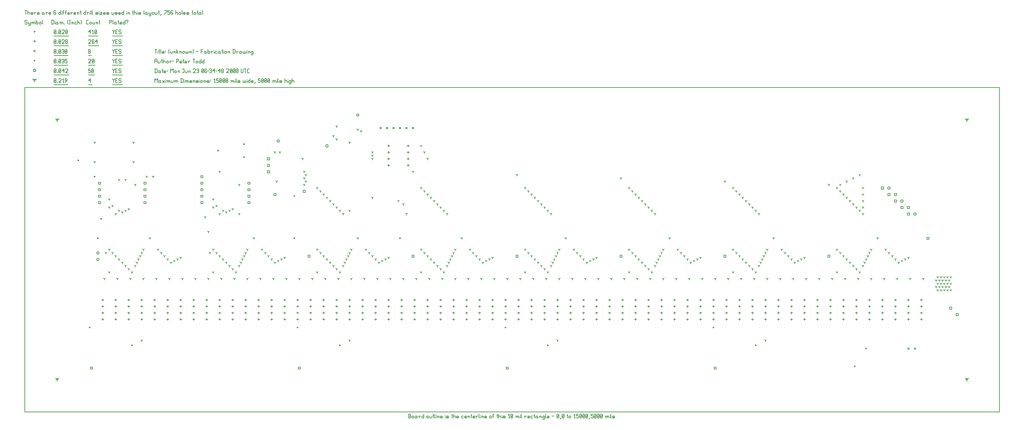
<source format=gbr>
G04 start of page 9 for group -3984 idx -3984
G04 Title: (unknown), fab *
G04 Creator: pcb-bin 20060822 *
G04 CreationDate: Mon Jun 23 06:34:48 2008 UTC *
G04 For: pete *
G04 Format: Gerber/RS-274X *
G04 PCB-Dimensions: 1500000 500000 *
G04 PCB-Coordinate-Origin: lower left *
%MOIN*%
%FSLAX24Y24*%
%LNFAB*%
%ADD11R,0.0080X0.0080*%
%ADD12C,0.0100*%
G54D11*X145000Y5000D02*Y4680D01*
Y5000D02*X145277Y5160D01*
X145000Y5000D02*X144722Y5160D01*
X144840Y5000D02*G75*G03X145160Y5000I160J0D01*G01*
G75*G03X144840Y5000I-160J0D01*G01*
X5000Y45000D02*Y44680D01*
Y45000D02*X5277Y45160D01*
X5000Y45000D02*X4722Y45160D01*
X4840Y45000D02*G75*G03X5160Y45000I160J0D01*G01*
G75*G03X4840Y45000I-160J0D01*G01*
X5000Y5000D02*Y4680D01*
Y5000D02*X5277Y5160D01*
X5000Y5000D02*X4722Y5160D01*
X4840Y5000D02*G75*G03X5160Y5000I160J0D01*G01*
G75*G03X4840Y5000I-160J0D01*G01*
X145000Y45000D02*Y44680D01*
Y45000D02*X145277Y45160D01*
X145000Y45000D02*X144722Y45160D01*
X144840Y45000D02*G75*G03X145160Y45000I160J0D01*G01*
G75*G03X144840Y45000I-160J0D01*G01*
X1500Y51125D02*Y50805D01*
Y51125D02*X1777Y51285D01*
X1500Y51125D02*X1222Y51285D01*
X1340Y51125D02*G75*G03X1660Y51125I160J0D01*G01*
G75*G03X1340Y51125I-160J0D01*G01*
G54D12*X13500Y51350D02*Y51275D01*
X13650Y51125D01*
X13800Y51275D01*
Y51350D02*Y51275D01*
X13650Y51125D02*Y50750D01*
X13980Y51050D02*X14205D01*
X13980Y50750D02*X14280D01*
X13980Y51350D02*Y50750D01*
Y51350D02*X14280D01*
X14760D02*X14835Y51275D01*
X14535Y51350D02*X14760D01*
X14460Y51275D02*X14535Y51350D01*
X14460Y51275D02*Y51125D01*
X14535Y51050D01*
X14760D01*
X14835Y50975D01*
Y50825D01*
X14760Y50750D02*X14835Y50825D01*
X14535Y50750D02*X14760D01*
X14460Y50825D02*X14535Y50750D01*
X13500Y50424D02*X15015D01*
X9800Y51050D02*X10100Y51350D01*
X9800Y51050D02*X10175D01*
X10100Y51350D02*Y50750D01*
X9800Y50424D02*X10355D01*
X4500Y50825D02*X4575Y50750D01*
X4500Y51275D02*Y50825D01*
Y51275D02*X4575Y51350D01*
X4725D01*
X4800Y51275D01*
Y50825D01*
X4725Y50750D02*X4800Y50825D01*
X4575Y50750D02*X4725D01*
X4500Y50900D02*X4800Y51200D01*
X4980Y50750D02*X5055D01*
X5235Y51275D02*X5310Y51350D01*
X5535D01*
X5610Y51275D01*
Y51125D01*
X5235Y50750D02*X5610Y51125D01*
X5235Y50750D02*X5610D01*
X5865D02*X6015D01*
X5940Y51350D02*Y50750D01*
X5790Y51200D02*X5940Y51350D01*
X6195Y50750D02*X6495Y51050D01*
Y51275D02*Y51050D01*
X6420Y51350D02*X6495Y51275D01*
X6270Y51350D02*X6420D01*
X6195Y51275D02*X6270Y51350D01*
X6195Y51275D02*Y51125D01*
X6270Y51050D01*
X6495D01*
X4500Y50424D02*X6675D01*
X134840Y31660D02*X135160D01*
X134840D02*Y31340D01*
X135160D01*
Y31660D02*Y31340D01*
X135840Y31660D02*X136160D01*
X135840D02*Y31340D01*
X136160D01*
Y31660D02*Y31340D01*
X135840Y30660D02*X136160D01*
X135840D02*Y30340D01*
X136160D01*
Y30660D02*Y30340D01*
X10090Y6910D02*X10410D01*
X10090D02*Y6590D01*
X10410D01*
Y6910D02*Y6590D01*
X42090Y6910D02*X42410D01*
X42090D02*Y6590D01*
X42410D01*
Y6910D02*Y6590D01*
X74090Y6910D02*X74410D01*
X74090D02*Y6590D01*
X74410D01*
Y6910D02*Y6590D01*
X106090Y6910D02*X106410D01*
X106090D02*Y6590D01*
X106410D01*
Y6910D02*Y6590D01*
X11340Y34410D02*X11660D01*
X11340D02*Y34090D01*
X11660D01*
Y34410D02*Y34090D01*
X91590Y24160D02*X91910D01*
X91590D02*Y23840D01*
X91910D01*
Y24160D02*Y23840D01*
X107590Y24160D02*X107910D01*
X107590D02*Y23840D01*
X107910D01*
Y24160D02*Y23840D01*
X143340Y15160D02*X143660D01*
X143340D02*Y14840D01*
X143660D01*
Y15160D02*Y14840D01*
X11340Y35410D02*X11660D01*
X11340D02*Y35090D01*
X11660D01*
Y35410D02*Y35090D01*
X136840Y30660D02*X137160D01*
X136840D02*Y30340D01*
X137160D01*
Y30660D02*Y30340D01*
X11090Y24660D02*X11410D01*
X11090D02*Y24340D01*
X11410D01*
Y24660D02*Y24340D01*
X51090Y45910D02*X51410D01*
X51090D02*Y45590D01*
X51410D01*
Y45910D02*Y45590D01*
X75590Y24160D02*X75910D01*
X75590D02*Y23840D01*
X75910D01*
Y24160D02*Y23840D01*
X34340Y33410D02*X34660D01*
X34340D02*Y33090D01*
X34660D01*
Y33410D02*Y33090D01*
X133840Y32660D02*X134160D01*
X133840D02*Y32340D01*
X134160D01*
Y32660D02*Y32340D01*
X27090Y34410D02*X27410D01*
X27090D02*Y34090D01*
X27410D01*
Y34410D02*Y34090D01*
X34340Y32410D02*X34660D01*
X34340D02*Y32090D01*
X34660D01*
Y32410D02*Y32090D01*
X138840Y26910D02*X139160D01*
X138840D02*Y26590D01*
X139160D01*
Y26910D02*Y26590D01*
X18340Y34410D02*X18660D01*
X18340D02*Y34090D01*
X18660D01*
Y34410D02*Y34090D01*
X27090Y36410D02*X27410D01*
X27090D02*Y36090D01*
X27410D01*
Y36410D02*Y36090D01*
X42840Y34160D02*X43160D01*
X42840D02*Y33840D01*
X43160D01*
Y34160D02*Y33840D01*
X43590Y24160D02*X43910D01*
X43590D02*Y23840D01*
X43910D01*
Y24160D02*Y23840D01*
X18340Y32410D02*X18660D01*
X18340D02*Y32090D01*
X18660D01*
Y32410D02*Y32090D01*
X34340Y34410D02*X34660D01*
X34340D02*Y34090D01*
X34660D01*
Y34410D02*Y34090D01*
X133840Y33660D02*X134160D01*
X133840D02*Y33340D01*
X134160D01*
Y33660D02*Y33340D01*
X123590Y24160D02*X123910D01*
X123590D02*Y23840D01*
X123910D01*
Y24160D02*Y23840D01*
X38340Y33660D02*X38660D01*
X38340D02*Y33340D01*
X38660D01*
Y33660D02*Y33340D01*
X59590Y24160D02*X59910D01*
X59590D02*Y23840D01*
X59910D01*
Y24160D02*Y23840D01*
X37340Y37160D02*X37660D01*
X37340D02*Y36840D01*
X37660D01*
Y37160D02*Y36840D01*
X132840Y33660D02*X133160D01*
X132840D02*Y33340D01*
X133160D01*
Y33660D02*Y33340D01*
X134840Y32660D02*X135160D01*
X134840D02*Y32340D01*
X135160D01*
Y32660D02*Y32340D01*
X46340Y41160D02*X46660D01*
X46340D02*Y40840D01*
X46660D01*
Y41160D02*Y40840D01*
X27090Y33410D02*X27410D01*
X27090D02*Y33090D01*
X27410D01*
Y33410D02*Y33090D01*
X132840Y34660D02*X133160D01*
X132840D02*Y34340D01*
X133160D01*
Y34660D02*Y34340D01*
X27090Y32410D02*X27410D01*
X27090D02*Y32090D01*
X27410D01*
Y32410D02*Y32090D01*
X11340Y32410D02*X11660D01*
X11340D02*Y32090D01*
X11660D01*
Y32410D02*Y32090D01*
X37340Y39160D02*X37660D01*
X37340D02*Y38840D01*
X37660D01*
Y39160D02*Y38840D01*
X18340Y33410D02*X18660D01*
X18340D02*Y33090D01*
X18660D01*
Y33410D02*Y33090D01*
X18340Y35410D02*X18660D01*
X18340D02*Y35090D01*
X18660D01*
Y35410D02*Y35090D01*
X27090Y35410D02*X27410D01*
X27090D02*Y35090D01*
X27410D01*
Y35410D02*Y35090D01*
X11340Y33410D02*X11660D01*
X11340D02*Y33090D01*
X11660D01*
Y33410D02*Y33090D01*
X37340Y38160D02*X37660D01*
X37340D02*Y37840D01*
X37660D01*
Y38160D02*Y37840D01*
X11090Y23660D02*X11410D01*
X11090D02*Y23340D01*
X11410D01*
Y23660D02*Y23340D01*
X142340Y16160D02*X142660D01*
X142340D02*Y15840D01*
X142660D01*
Y16160D02*Y15840D01*
X38840Y41910D02*X39160D01*
X38840D02*Y41590D01*
X39160D01*
Y41910D02*Y41590D01*
X131840Y34660D02*X132160D01*
X131840D02*Y34340D01*
X132160D01*
Y34660D02*Y34340D01*
X34340Y35410D02*X34660D01*
X34340D02*Y35090D01*
X34660D01*
Y35410D02*Y35090D01*
X1340Y52785D02*X1660D01*
X1340D02*Y52465D01*
X1660D01*
Y52785D02*Y52465D01*
X13500Y52850D02*Y52775D01*
X13650Y52625D01*
X13800Y52775D01*
Y52850D02*Y52775D01*
X13650Y52625D02*Y52250D01*
X13980Y52550D02*X14205D01*
X13980Y52250D02*X14280D01*
X13980Y52850D02*Y52250D01*
Y52850D02*X14280D01*
X14760D02*X14835Y52775D01*
X14535Y52850D02*X14760D01*
X14460Y52775D02*X14535Y52850D01*
X14460Y52775D02*Y52625D01*
X14535Y52550D01*
X14760D01*
X14835Y52475D01*
Y52325D01*
X14760Y52250D02*X14835Y52325D01*
X14535Y52250D02*X14760D01*
X14460Y52325D02*X14535Y52250D01*
X13500Y51924D02*X15015D01*
X9800Y52850D02*X10100D01*
X9800D02*Y52550D01*
X9875Y52625D01*
X10025D01*
X10100Y52550D01*
Y52325D01*
X10025Y52250D02*X10100Y52325D01*
X9875Y52250D02*X10025D01*
X9800Y52325D02*X9875Y52250D01*
X10280Y52325D02*X10355Y52250D01*
X10280Y52775D02*Y52325D01*
Y52775D02*X10355Y52850D01*
X10505D01*
X10580Y52775D01*
Y52325D01*
X10505Y52250D02*X10580Y52325D01*
X10355Y52250D02*X10505D01*
X10280Y52400D02*X10580Y52700D01*
X9800Y51924D02*X10760D01*
X4500Y52325D02*X4575Y52250D01*
X4500Y52775D02*Y52325D01*
Y52775D02*X4575Y52850D01*
X4725D01*
X4800Y52775D01*
Y52325D01*
X4725Y52250D02*X4800Y52325D01*
X4575Y52250D02*X4725D01*
X4500Y52400D02*X4800Y52700D01*
X4980Y52250D02*X5055D01*
X5235Y52325D02*X5310Y52250D01*
X5235Y52775D02*Y52325D01*
Y52775D02*X5310Y52850D01*
X5460D01*
X5535Y52775D01*
Y52325D01*
X5460Y52250D02*X5535Y52325D01*
X5310Y52250D02*X5460D01*
X5235Y52400D02*X5535Y52700D01*
X5715Y52550D02*X6015Y52850D01*
X5715Y52550D02*X6090D01*
X6015Y52850D02*Y52250D01*
X6270Y52775D02*X6345Y52850D01*
X6570D01*
X6645Y52775D01*
Y52625D01*
X6270Y52250D02*X6645Y52625D01*
X6270Y52250D02*X6645D01*
X4500Y51924D02*X6825D01*
X33670Y39250D02*G75*G03X33830Y39250I80J0D01*G01*
G75*G03X33670Y39250I-80J0D01*G01*
Y41250D02*G75*G03X33830Y41250I80J0D01*G01*
G75*G03X33670Y41250I-80J0D01*G01*
X29670Y40250D02*G75*G03X29830Y40250I80J0D01*G01*
G75*G03X29670Y40250I-80J0D01*G01*
X11170Y26750D02*G75*G03X11330Y26750I80J0D01*G01*
G75*G03X11170Y26750I-80J0D01*G01*
X10670Y36250D02*G75*G03X10830Y36250I80J0D01*G01*
G75*G03X10670Y36250I-80J0D01*G01*
X8170Y38750D02*G75*G03X8330Y38750I80J0D01*G01*
G75*G03X8170Y38750I-80J0D01*G01*
X57670Y26750D02*G75*G03X57830Y26750I80J0D01*G01*
G75*G03X57670Y26750I-80J0D01*G01*
X41420Y33250D02*G75*G03X41580Y33250I80J0D01*G01*
G75*G03X41420Y33250I-80J0D01*G01*
Y26750D02*G75*G03X41580Y26750I80J0D01*G01*
G75*G03X41420Y26750I-80J0D01*G01*
X29920Y37000D02*G75*G03X30080Y37000I80J0D01*G01*
G75*G03X29920Y37000I-80J0D01*G01*
X9920Y13000D02*G75*G03X10080Y13000I80J0D01*G01*
G75*G03X9920Y13000I-80J0D01*G01*
X16420Y10250D02*G75*G03X16580Y10250I80J0D01*G01*
G75*G03X16420Y10250I-80J0D01*G01*
X48420D02*G75*G03X48580Y10250I80J0D01*G01*
G75*G03X48420Y10250I-80J0D01*G01*
X80420D02*G75*G03X80580Y10250I80J0D01*G01*
G75*G03X80420Y10250I-80J0D01*G01*
X112420D02*G75*G03X112580Y10250I80J0D01*G01*
G75*G03X112420Y10250I-80J0D01*G01*
X41920Y13000D02*G75*G03X42080Y13000I80J0D01*G01*
G75*G03X41920Y13000I-80J0D01*G01*
X73920D02*G75*G03X74080Y13000I80J0D01*G01*
G75*G03X73920Y13000I-80J0D01*G01*
X105920D02*G75*G03X106080Y13000I80J0D01*G01*
G75*G03X105920Y13000I-80J0D01*G01*
X127670Y7000D02*G75*G03X127830Y7000I80J0D01*G01*
G75*G03X127670Y7000I-80J0D01*G01*
X129420Y9750D02*G75*G03X129580Y9750I80J0D01*G01*
G75*G03X129420Y9750I-80J0D01*G01*
X1420Y54125D02*G75*G03X1580Y54125I80J0D01*G01*
G75*G03X1420Y54125I-80J0D01*G01*
X13500Y54350D02*Y54275D01*
X13650Y54125D01*
X13800Y54275D01*
Y54350D02*Y54275D01*
X13650Y54125D02*Y53750D01*
X13980Y54050D02*X14205D01*
X13980Y53750D02*X14280D01*
X13980Y54350D02*Y53750D01*
Y54350D02*X14280D01*
X14760D02*X14835Y54275D01*
X14535Y54350D02*X14760D01*
X14460Y54275D02*X14535Y54350D01*
X14460Y54275D02*Y54125D01*
X14535Y54050D01*
X14760D01*
X14835Y53975D01*
Y53825D01*
X14760Y53750D02*X14835Y53825D01*
X14535Y53750D02*X14760D01*
X14460Y53825D02*X14535Y53750D01*
X13500Y53424D02*X15015D01*
X9800Y54275D02*X9875Y54350D01*
X10100D01*
X10175Y54275D01*
Y54125D01*
X9800Y53750D02*X10175Y54125D01*
X9800Y53750D02*X10175D01*
X10355Y53825D02*X10430Y53750D01*
X10355Y54275D02*Y53825D01*
Y54275D02*X10430Y54350D01*
X10580D01*
X10655Y54275D01*
Y53825D01*
X10580Y53750D02*X10655Y53825D01*
X10430Y53750D02*X10580D01*
X10355Y53900D02*X10655Y54200D01*
X9800Y53424D02*X10835D01*
X4500Y53825D02*X4575Y53750D01*
X4500Y54275D02*Y53825D01*
Y54275D02*X4575Y54350D01*
X4725D01*
X4800Y54275D01*
Y53825D01*
X4725Y53750D02*X4800Y53825D01*
X4575Y53750D02*X4725D01*
X4500Y53900D02*X4800Y54200D01*
X4980Y53750D02*X5055D01*
X5235Y53825D02*X5310Y53750D01*
X5235Y54275D02*Y53825D01*
Y54275D02*X5310Y54350D01*
X5460D01*
X5535Y54275D01*
Y53825D01*
X5460Y53750D02*X5535Y53825D01*
X5310Y53750D02*X5460D01*
X5235Y53900D02*X5535Y54200D01*
X5715Y54275D02*X5790Y54350D01*
X5940D01*
X6015Y54275D01*
Y53825D01*
X5940Y53750D02*X6015Y53825D01*
X5790Y53750D02*X5940D01*
X5715Y53825D02*X5790Y53750D01*
Y54050D02*X6015D01*
X6195Y54350D02*X6495D01*
X6195D02*Y54050D01*
X6270Y54125D01*
X6420D01*
X6495Y54050D01*
Y53825D01*
X6420Y53750D02*X6495Y53825D01*
X6270Y53750D02*X6420D01*
X6195Y53825D02*X6270Y53750D01*
X4500Y53424D02*X6675D01*
X135880Y9870D02*X136120Y9630D01*
X135880D02*X136120Y9870D01*
X136880D02*X137120Y9630D01*
X136880D02*X137120Y9870D01*
X54630Y43870D02*X54870Y43630D01*
X54630D02*X54870Y43870D01*
X55630D02*X55870Y43630D01*
X55630D02*X55870Y43870D01*
X56630D02*X56870Y43630D01*
X56630D02*X56870Y43870D01*
X57630D02*X57870Y43630D01*
X57630D02*X57870Y43870D01*
X58630D02*X58870Y43630D01*
X58630D02*X58870Y43870D01*
X59630D02*X59870Y43630D01*
X59630D02*X59870Y43870D01*
X1380Y55745D02*X1620Y55505D01*
X1380D02*X1620Y55745D01*
X13500Y55850D02*Y55775D01*
X13650Y55625D01*
X13800Y55775D01*
Y55850D02*Y55775D01*
X13650Y55625D02*Y55250D01*
X13980Y55550D02*X14205D01*
X13980Y55250D02*X14280D01*
X13980Y55850D02*Y55250D01*
Y55850D02*X14280D01*
X14760D02*X14835Y55775D01*
X14535Y55850D02*X14760D01*
X14460Y55775D02*X14535Y55850D01*
X14460Y55775D02*Y55625D01*
X14535Y55550D01*
X14760D01*
X14835Y55475D01*
Y55325D01*
X14760Y55250D02*X14835Y55325D01*
X14535Y55250D02*X14760D01*
X14460Y55325D02*X14535Y55250D01*
X13500Y54924D02*X15015D01*
X9800Y55325D02*X9875Y55250D01*
X9800Y55475D02*Y55325D01*
Y55475D02*X9875Y55550D01*
X10025D01*
X10100Y55475D01*
Y55325D01*
X10025Y55250D02*X10100Y55325D01*
X9875Y55250D02*X10025D01*
X9800Y55625D02*X9875Y55550D01*
X9800Y55775D02*Y55625D01*
Y55775D02*X9875Y55850D01*
X10025D01*
X10100Y55775D01*
Y55625D01*
X10025Y55550D02*X10100Y55625D01*
X9800Y54924D02*X10280D01*
X4500Y55325D02*X4575Y55250D01*
X4500Y55775D02*Y55325D01*
Y55775D02*X4575Y55850D01*
X4725D01*
X4800Y55775D01*
Y55325D01*
X4725Y55250D02*X4800Y55325D01*
X4575Y55250D02*X4725D01*
X4500Y55400D02*X4800Y55700D01*
X4980Y55250D02*X5055D01*
X5235Y55325D02*X5310Y55250D01*
X5235Y55775D02*Y55325D01*
Y55775D02*X5310Y55850D01*
X5460D01*
X5535Y55775D01*
Y55325D01*
X5460Y55250D02*X5535Y55325D01*
X5310Y55250D02*X5460D01*
X5235Y55400D02*X5535Y55700D01*
X5715Y55775D02*X5790Y55850D01*
X5940D01*
X6015Y55775D01*
Y55325D01*
X5940Y55250D02*X6015Y55325D01*
X5790Y55250D02*X5940D01*
X5715Y55325D02*X5790Y55250D01*
Y55550D02*X6015D01*
X6195Y55325D02*X6270Y55250D01*
X6195Y55775D02*Y55325D01*
Y55775D02*X6270Y55850D01*
X6420D01*
X6495Y55775D01*
Y55325D01*
X6420Y55250D02*X6495Y55325D01*
X6270Y55250D02*X6420D01*
X6195Y55400D02*X6495Y55700D01*
X4500Y54924D02*X6675D01*
X70000Y14410D02*Y14090D01*
X69840Y14250D02*X70160D01*
X70000Y15410D02*Y15090D01*
X69840Y15250D02*X70160D01*
X70000Y16410D02*Y16090D01*
X69840Y16250D02*X70160D01*
X70000Y17410D02*Y17090D01*
X69840Y17250D02*X70160D01*
X98000Y14410D02*Y14090D01*
X97840Y14250D02*X98160D01*
X98000Y15410D02*Y15090D01*
X97840Y15250D02*X98160D01*
X98000Y16410D02*Y16090D01*
X97840Y16250D02*X98160D01*
X98000Y17410D02*Y17090D01*
X97840Y17250D02*X98160D01*
X100000Y14410D02*Y14090D01*
X99840Y14250D02*X100160D01*
X100000Y15410D02*Y15090D01*
X99840Y15250D02*X100160D01*
X100000Y16410D02*Y16090D01*
X99840Y16250D02*X100160D01*
X100000Y17410D02*Y17090D01*
X99840Y17250D02*X100160D01*
X102000Y14410D02*Y14090D01*
X101840Y14250D02*X102160D01*
X102000Y15410D02*Y15090D01*
X101840Y15250D02*X102160D01*
X102000Y16410D02*Y16090D01*
X101840Y16250D02*X102160D01*
X102000Y17410D02*Y17090D01*
X101840Y17250D02*X102160D01*
X104000Y14410D02*Y14090D01*
X103840Y14250D02*X104160D01*
X104000Y15410D02*Y15090D01*
X103840Y15250D02*X104160D01*
X104000Y16410D02*Y16090D01*
X103840Y16250D02*X104160D01*
X104000Y17410D02*Y17090D01*
X103840Y17250D02*X104160D01*
X72000Y14410D02*Y14090D01*
X71840Y14250D02*X72160D01*
X72000Y15410D02*Y15090D01*
X71840Y15250D02*X72160D01*
X72000Y16410D02*Y16090D01*
X71840Y16250D02*X72160D01*
X72000Y17410D02*Y17090D01*
X71840Y17250D02*X72160D01*
X74000Y14410D02*Y14090D01*
X73840Y14250D02*X74160D01*
X74000Y15410D02*Y15090D01*
X73840Y15250D02*X74160D01*
X74000Y16410D02*Y16090D01*
X73840Y16250D02*X74160D01*
X74000Y17410D02*Y17090D01*
X73840Y17250D02*X74160D01*
X80000Y14410D02*Y14090D01*
X79840Y14250D02*X80160D01*
X80000Y15410D02*Y15090D01*
X79840Y15250D02*X80160D01*
X80000Y16410D02*Y16090D01*
X79840Y16250D02*X80160D01*
X80000Y17410D02*Y17090D01*
X79840Y17250D02*X80160D01*
X82000Y14410D02*Y14090D01*
X81840Y14250D02*X82160D01*
X82000Y15410D02*Y15090D01*
X81840Y15250D02*X82160D01*
X82000Y16410D02*Y16090D01*
X81840Y16250D02*X82160D01*
X82000Y17410D02*Y17090D01*
X81840Y17250D02*X82160D01*
X84000Y14410D02*Y14090D01*
X83840Y14250D02*X84160D01*
X84000Y15410D02*Y15090D01*
X83840Y15250D02*X84160D01*
X84000Y16410D02*Y16090D01*
X83840Y16250D02*X84160D01*
X84000Y17410D02*Y17090D01*
X83840Y17250D02*X84160D01*
X86000Y14410D02*Y14090D01*
X85840Y14250D02*X86160D01*
X86000Y15410D02*Y15090D01*
X85840Y15250D02*X86160D01*
X86000Y16410D02*Y16090D01*
X85840Y16250D02*X86160D01*
X86000Y17410D02*Y17090D01*
X85840Y17250D02*X86160D01*
X106000Y14410D02*Y14090D01*
X105840Y14250D02*X106160D01*
X106000Y15410D02*Y15090D01*
X105840Y15250D02*X106160D01*
X106000Y16410D02*Y16090D01*
X105840Y16250D02*X106160D01*
X106000Y17410D02*Y17090D01*
X105840Y17250D02*X106160D01*
X108000Y14410D02*Y14090D01*
X107840Y14250D02*X108160D01*
X108000Y15410D02*Y15090D01*
X107840Y15250D02*X108160D01*
X108000Y16410D02*Y16090D01*
X107840Y16250D02*X108160D01*
X108000Y17410D02*Y17090D01*
X107840Y17250D02*X108160D01*
X88000Y14410D02*Y14090D01*
X87840Y14250D02*X88160D01*
X88000Y15410D02*Y15090D01*
X87840Y15250D02*X88160D01*
X88000Y16410D02*Y16090D01*
X87840Y16250D02*X88160D01*
X88000Y17410D02*Y17090D01*
X87840Y17250D02*X88160D01*
X12000Y14410D02*Y14090D01*
X11840Y14250D02*X12160D01*
X12000Y15410D02*Y15090D01*
X11840Y15250D02*X12160D01*
X12000Y16410D02*Y16090D01*
X11840Y16250D02*X12160D01*
X12000Y17410D02*Y17090D01*
X11840Y17250D02*X12160D01*
X14000Y14410D02*Y14090D01*
X13840Y14250D02*X14160D01*
X14000Y15410D02*Y15090D01*
X13840Y15250D02*X14160D01*
X14000Y16410D02*Y16090D01*
X13840Y16250D02*X14160D01*
X14000Y17410D02*Y17090D01*
X13840Y17250D02*X14160D01*
X64000Y14410D02*Y14090D01*
X63840Y14250D02*X64160D01*
X64000Y15410D02*Y15090D01*
X63840Y15250D02*X64160D01*
X64000Y16410D02*Y16090D01*
X63840Y16250D02*X64160D01*
X64000Y17410D02*Y17090D01*
X63840Y17250D02*X64160D01*
X66000Y14410D02*Y14090D01*
X65840Y14250D02*X66160D01*
X66000Y15410D02*Y15090D01*
X65840Y15250D02*X66160D01*
X66000Y16410D02*Y16090D01*
X65840Y16250D02*X66160D01*
X66000Y17410D02*Y17090D01*
X65840Y17250D02*X66160D01*
X68000Y14410D02*Y14090D01*
X67840Y14250D02*X68160D01*
X68000Y15410D02*Y15090D01*
X67840Y15250D02*X68160D01*
X68000Y16410D02*Y16090D01*
X67840Y16250D02*X68160D01*
X68000Y17410D02*Y17090D01*
X67840Y17250D02*X68160D01*
X16000Y14410D02*Y14090D01*
X15840Y14250D02*X16160D01*
X16000Y15410D02*Y15090D01*
X15840Y15250D02*X16160D01*
X16000Y16410D02*Y16090D01*
X15840Y16250D02*X16160D01*
X16000Y17410D02*Y17090D01*
X15840Y17250D02*X16160D01*
X116000Y14410D02*Y14090D01*
X115840Y14250D02*X116160D01*
X116000Y15410D02*Y15090D01*
X115840Y15250D02*X116160D01*
X116000Y16410D02*Y16090D01*
X115840Y16250D02*X116160D01*
X116000Y17410D02*Y17090D01*
X115840Y17250D02*X116160D01*
X18000Y14410D02*Y14090D01*
X17840Y14250D02*X18160D01*
X18000Y15410D02*Y15090D01*
X17840Y15250D02*X18160D01*
X18000Y16410D02*Y16090D01*
X17840Y16250D02*X18160D01*
X18000Y17410D02*Y17090D01*
X17840Y17250D02*X18160D01*
X20000Y14410D02*Y14090D01*
X19840Y14250D02*X20160D01*
X20000Y15410D02*Y15090D01*
X19840Y15250D02*X20160D01*
X20000Y16410D02*Y16090D01*
X19840Y16250D02*X20160D01*
X20000Y17410D02*Y17090D01*
X19840Y17250D02*X20160D01*
X56000Y14410D02*Y14090D01*
X55840Y14250D02*X56160D01*
X56000Y15410D02*Y15090D01*
X55840Y15250D02*X56160D01*
X56000Y16410D02*Y16090D01*
X55840Y16250D02*X56160D01*
X56000Y17410D02*Y17090D01*
X55840Y17250D02*X56160D01*
X58000Y14410D02*Y14090D01*
X57840Y14250D02*X58160D01*
X58000Y15410D02*Y15090D01*
X57840Y15250D02*X58160D01*
X58000Y16410D02*Y16090D01*
X57840Y16250D02*X58160D01*
X58000Y17410D02*Y17090D01*
X57840Y17250D02*X58160D01*
X60000Y14410D02*Y14090D01*
X59840Y14250D02*X60160D01*
X60000Y15410D02*Y15090D01*
X59840Y15250D02*X60160D01*
X60000Y16410D02*Y16090D01*
X59840Y16250D02*X60160D01*
X60000Y17410D02*Y17090D01*
X59840Y17250D02*X60160D01*
X62000Y14410D02*Y14090D01*
X61840Y14250D02*X62160D01*
X62000Y15410D02*Y15090D01*
X61840Y15250D02*X62160D01*
X62000Y16410D02*Y16090D01*
X61840Y16250D02*X62160D01*
X62000Y17410D02*Y17090D01*
X61840Y17250D02*X62160D01*
X118000Y14410D02*Y14090D01*
X117840Y14250D02*X118160D01*
X118000Y15410D02*Y15090D01*
X117840Y15250D02*X118160D01*
X118000Y16410D02*Y16090D01*
X117840Y16250D02*X118160D01*
X118000Y17410D02*Y17090D01*
X117840Y17250D02*X118160D01*
X32000Y14410D02*Y14090D01*
X31840Y14250D02*X32160D01*
X32000Y15410D02*Y15090D01*
X31840Y15250D02*X32160D01*
X32000Y16410D02*Y16090D01*
X31840Y16250D02*X32160D01*
X32000Y17410D02*Y17090D01*
X31840Y17250D02*X32160D01*
X120000Y14410D02*Y14090D01*
X119840Y14250D02*X120160D01*
X120000Y15410D02*Y15090D01*
X119840Y15250D02*X120160D01*
X120000Y16410D02*Y16090D01*
X119840Y16250D02*X120160D01*
X120000Y17410D02*Y17090D01*
X119840Y17250D02*X120160D01*
X30000Y14410D02*Y14090D01*
X29840Y14250D02*X30160D01*
X30000Y15410D02*Y15090D01*
X29840Y15250D02*X30160D01*
X30000Y16410D02*Y16090D01*
X29840Y16250D02*X30160D01*
X30000Y17410D02*Y17090D01*
X29840Y17250D02*X30160D01*
X22000Y14410D02*Y14090D01*
X21840Y14250D02*X22160D01*
X22000Y15410D02*Y15090D01*
X21840Y15250D02*X22160D01*
X22000Y16410D02*Y16090D01*
X21840Y16250D02*X22160D01*
X22000Y17410D02*Y17090D01*
X21840Y17250D02*X22160D01*
X24000Y14410D02*Y14090D01*
X23840Y14250D02*X24160D01*
X24000Y15410D02*Y15090D01*
X23840Y15250D02*X24160D01*
X24000Y16410D02*Y16090D01*
X23840Y16250D02*X24160D01*
X24000Y17410D02*Y17090D01*
X23840Y17250D02*X24160D01*
X122000Y14410D02*Y14090D01*
X121840Y14250D02*X122160D01*
X122000Y15410D02*Y15090D01*
X121840Y15250D02*X122160D01*
X122000Y16410D02*Y16090D01*
X121840Y16250D02*X122160D01*
X122000Y17410D02*Y17090D01*
X121840Y17250D02*X122160D01*
X124000Y14410D02*Y14090D01*
X123840Y14250D02*X124160D01*
X124000Y15410D02*Y15090D01*
X123840Y15250D02*X124160D01*
X124000Y16410D02*Y16090D01*
X123840Y16250D02*X124160D01*
X124000Y17410D02*Y17090D01*
X123840Y17250D02*X124160D01*
X36000Y14410D02*Y14090D01*
X35840Y14250D02*X36160D01*
X36000Y15410D02*Y15090D01*
X35840Y15250D02*X36160D01*
X36000Y16410D02*Y16090D01*
X35840Y16250D02*X36160D01*
X36000Y17410D02*Y17090D01*
X35840Y17250D02*X36160D01*
X48000Y14410D02*Y14090D01*
X47840Y14250D02*X48160D01*
X48000Y15410D02*Y15090D01*
X47840Y15250D02*X48160D01*
X48000Y16410D02*Y16090D01*
X47840Y16250D02*X48160D01*
X48000Y17410D02*Y17090D01*
X47840Y17250D02*X48160D01*
X26000Y14410D02*Y14090D01*
X25840Y14250D02*X26160D01*
X26000Y15410D02*Y15090D01*
X25840Y15250D02*X26160D01*
X26000Y16410D02*Y16090D01*
X25840Y16250D02*X26160D01*
X26000Y17410D02*Y17090D01*
X25840Y17250D02*X26160D01*
X28000Y14410D02*Y14090D01*
X27840Y14250D02*X28160D01*
X28000Y15410D02*Y15090D01*
X27840Y15250D02*X28160D01*
X28000Y16410D02*Y16090D01*
X27840Y16250D02*X28160D01*
X28000Y17410D02*Y17090D01*
X27840Y17250D02*X28160D01*
X40000Y14410D02*Y14090D01*
X39840Y14250D02*X40160D01*
X40000Y15410D02*Y15090D01*
X39840Y15250D02*X40160D01*
X40000Y16410D02*Y16090D01*
X39840Y16250D02*X40160D01*
X40000Y17410D02*Y17090D01*
X39840Y17250D02*X40160D01*
X34000Y14410D02*Y14090D01*
X33840Y14250D02*X34160D01*
X34000Y15410D02*Y15090D01*
X33840Y15250D02*X34160D01*
X34000Y16410D02*Y16090D01*
X33840Y16250D02*X34160D01*
X34000Y17410D02*Y17090D01*
X33840Y17250D02*X34160D01*
X126000Y14410D02*Y14090D01*
X125840Y14250D02*X126160D01*
X126000Y15410D02*Y15090D01*
X125840Y15250D02*X126160D01*
X126000Y16410D02*Y16090D01*
X125840Y16250D02*X126160D01*
X126000Y17410D02*Y17090D01*
X125840Y17250D02*X126160D01*
X128000Y14410D02*Y14090D01*
X127840Y14250D02*X128160D01*
X128000Y15410D02*Y15090D01*
X127840Y15250D02*X128160D01*
X128000Y16410D02*Y16090D01*
X127840Y16250D02*X128160D01*
X128000Y17410D02*Y17090D01*
X127840Y17250D02*X128160D01*
X38000Y14410D02*Y14090D01*
X37840Y14250D02*X38160D01*
X38000Y15410D02*Y15090D01*
X37840Y15250D02*X38160D01*
X38000Y16410D02*Y16090D01*
X37840Y16250D02*X38160D01*
X38000Y17410D02*Y17090D01*
X37840Y17250D02*X38160D01*
X42000Y14410D02*Y14090D01*
X41840Y14250D02*X42160D01*
X42000Y15410D02*Y15090D01*
X41840Y15250D02*X42160D01*
X42000Y16410D02*Y16090D01*
X41840Y16250D02*X42160D01*
X42000Y17410D02*Y17090D01*
X41840Y17250D02*X42160D01*
X44000Y14410D02*Y14090D01*
X43840Y14250D02*X44160D01*
X44000Y15410D02*Y15090D01*
X43840Y15250D02*X44160D01*
X44000Y16410D02*Y16090D01*
X43840Y16250D02*X44160D01*
X44000Y17410D02*Y17090D01*
X43840Y17250D02*X44160D01*
X46000Y14410D02*Y14090D01*
X45840Y14250D02*X46160D01*
X46000Y15410D02*Y15090D01*
X45840Y15250D02*X46160D01*
X46000Y16410D02*Y16090D01*
X45840Y16250D02*X46160D01*
X46000Y17410D02*Y17090D01*
X45840Y17250D02*X46160D01*
X50000Y14410D02*Y14090D01*
X49840Y14250D02*X50160D01*
X50000Y15410D02*Y15090D01*
X49840Y15250D02*X50160D01*
X50000Y16410D02*Y16090D01*
X49840Y16250D02*X50160D01*
X50000Y17410D02*Y17090D01*
X49840Y17250D02*X50160D01*
X52000Y14410D02*Y14090D01*
X51840Y14250D02*X52160D01*
X52000Y15410D02*Y15090D01*
X51840Y15250D02*X52160D01*
X52000Y16410D02*Y16090D01*
X51840Y16250D02*X52160D01*
X52000Y17410D02*Y17090D01*
X51840Y17250D02*X52160D01*
X54000Y14410D02*Y14090D01*
X53840Y14250D02*X54160D01*
X54000Y15410D02*Y15090D01*
X53840Y15250D02*X54160D01*
X54000Y16410D02*Y16090D01*
X53840Y16250D02*X54160D01*
X54000Y17410D02*Y17090D01*
X53840Y17250D02*X54160D01*
X130000Y14410D02*Y14090D01*
X129840Y14250D02*X130160D01*
X130000Y15410D02*Y15090D01*
X129840Y15250D02*X130160D01*
X130000Y16410D02*Y16090D01*
X129840Y16250D02*X130160D01*
X130000Y17410D02*Y17090D01*
X129840Y17250D02*X130160D01*
X132000Y14410D02*Y14090D01*
X131840Y14250D02*X132160D01*
X132000Y15410D02*Y15090D01*
X131840Y15250D02*X132160D01*
X132000Y16410D02*Y16090D01*
X131840Y16250D02*X132160D01*
X132000Y17410D02*Y17090D01*
X131840Y17250D02*X132160D01*
X134000Y14410D02*Y14090D01*
X133840Y14250D02*X134160D01*
X134000Y15410D02*Y15090D01*
X133840Y15250D02*X134160D01*
X134000Y16410D02*Y16090D01*
X133840Y16250D02*X134160D01*
X134000Y17410D02*Y17090D01*
X133840Y17250D02*X134160D01*
X136000Y14410D02*Y14090D01*
X135840Y14250D02*X136160D01*
X136000Y15410D02*Y15090D01*
X135840Y15250D02*X136160D01*
X136000Y16410D02*Y16090D01*
X135840Y16250D02*X136160D01*
X136000Y17410D02*Y17090D01*
X135840Y17250D02*X136160D01*
X138000Y14410D02*Y14090D01*
X137840Y14250D02*X138160D01*
X138000Y15410D02*Y15090D01*
X137840Y15250D02*X138160D01*
X138000Y16410D02*Y16090D01*
X137840Y16250D02*X138160D01*
X138000Y17410D02*Y17090D01*
X137840Y17250D02*X138160D01*
X76000Y14410D02*Y14090D01*
X75840Y14250D02*X76160D01*
X76000Y15410D02*Y15090D01*
X75840Y15250D02*X76160D01*
X76000Y16410D02*Y16090D01*
X75840Y16250D02*X76160D01*
X76000Y17410D02*Y17090D01*
X75840Y17250D02*X76160D01*
X90000Y14410D02*Y14090D01*
X89840Y14250D02*X90160D01*
X90000Y15410D02*Y15090D01*
X89840Y15250D02*X90160D01*
X90000Y16410D02*Y16090D01*
X89840Y16250D02*X90160D01*
X90000Y17410D02*Y17090D01*
X89840Y17250D02*X90160D01*
X110000Y14410D02*Y14090D01*
X109840Y14250D02*X110160D01*
X110000Y15410D02*Y15090D01*
X109840Y15250D02*X110160D01*
X110000Y16410D02*Y16090D01*
X109840Y16250D02*X110160D01*
X110000Y17410D02*Y17090D01*
X109840Y17250D02*X110160D01*
X112000Y14410D02*Y14090D01*
X111840Y14250D02*X112160D01*
X112000Y15410D02*Y15090D01*
X111840Y15250D02*X112160D01*
X112000Y16410D02*Y16090D01*
X111840Y16250D02*X112160D01*
X112000Y17410D02*Y17090D01*
X111840Y17250D02*X112160D01*
X114000Y14410D02*Y14090D01*
X113840Y14250D02*X114160D01*
X114000Y15410D02*Y15090D01*
X113840Y15250D02*X114160D01*
X114000Y16410D02*Y16090D01*
X113840Y16250D02*X114160D01*
X114000Y17410D02*Y17090D01*
X113840Y17250D02*X114160D01*
X78000Y14410D02*Y14090D01*
X77840Y14250D02*X78160D01*
X78000Y15410D02*Y15090D01*
X77840Y15250D02*X78160D01*
X78000Y16410D02*Y16090D01*
X77840Y16250D02*X78160D01*
X78000Y17410D02*Y17090D01*
X77840Y17250D02*X78160D01*
X92000Y14410D02*Y14090D01*
X91840Y14250D02*X92160D01*
X92000Y15410D02*Y15090D01*
X91840Y15250D02*X92160D01*
X92000Y16410D02*Y16090D01*
X91840Y16250D02*X92160D01*
X92000Y17410D02*Y17090D01*
X91840Y17250D02*X92160D01*
X94000Y14410D02*Y14090D01*
X93840Y14250D02*X94160D01*
X94000Y15410D02*Y15090D01*
X93840Y15250D02*X94160D01*
X94000Y16410D02*Y16090D01*
X93840Y16250D02*X94160D01*
X94000Y17410D02*Y17090D01*
X93840Y17250D02*X94160D01*
X96000Y14410D02*Y14090D01*
X95840Y14250D02*X96160D01*
X96000Y15410D02*Y15090D01*
X95840Y15250D02*X96160D01*
X96000Y16410D02*Y16090D01*
X95840Y16250D02*X96160D01*
X96000Y17410D02*Y17090D01*
X95840Y17250D02*X96160D01*
X56000Y41160D02*Y40840D01*
X55840Y41000D02*X56160D01*
X56000Y40160D02*Y39840D01*
X55840Y40000D02*X56160D01*
X56000Y39160D02*Y38840D01*
X55840Y39000D02*X56160D01*
X56000Y38160D02*Y37840D01*
X55840Y38000D02*X56160D01*
X59000Y38160D02*Y37840D01*
X58840Y38000D02*X59160D01*
X59000Y39160D02*Y38840D01*
X58840Y39000D02*X59160D01*
X59000Y40160D02*Y39840D01*
X58840Y40000D02*X59160D01*
X59000Y41160D02*Y40840D01*
X58840Y41000D02*X59160D01*
X1500Y57285D02*Y56965D01*
X1340Y57125D02*X1660D01*
X13500Y57350D02*Y57275D01*
X13650Y57125D01*
X13800Y57275D01*
Y57350D02*Y57275D01*
X13650Y57125D02*Y56750D01*
X13980Y57050D02*X14205D01*
X13980Y56750D02*X14280D01*
X13980Y57350D02*Y56750D01*
Y57350D02*X14280D01*
X14760D02*X14835Y57275D01*
X14535Y57350D02*X14760D01*
X14460Y57275D02*X14535Y57350D01*
X14460Y57275D02*Y57125D01*
X14535Y57050D01*
X14760D01*
X14835Y56975D01*
Y56825D01*
X14760Y56750D02*X14835Y56825D01*
X14535Y56750D02*X14760D01*
X14460Y56825D02*X14535Y56750D01*
X13500Y56424D02*X15015D01*
X9800Y57275D02*X9875Y57350D01*
X10100D01*
X10175Y57275D01*
Y57125D01*
X9800Y56750D02*X10175Y57125D01*
X9800Y56750D02*X10175D01*
X10580Y57350D02*X10655Y57275D01*
X10430Y57350D02*X10580D01*
X10355Y57275D02*X10430Y57350D01*
X10355Y57275D02*Y56825D01*
X10430Y56750D01*
X10580Y57050D02*X10655Y56975D01*
X10355Y57050D02*X10580D01*
X10430Y56750D02*X10580D01*
X10655Y56825D01*
Y56975D02*Y56825D01*
X10835Y57050D02*X11135Y57350D01*
X10835Y57050D02*X11210D01*
X11135Y57350D02*Y56750D01*
X9800Y56424D02*X11390D01*
X4500Y56825D02*X4575Y56750D01*
X4500Y57275D02*Y56825D01*
Y57275D02*X4575Y57350D01*
X4725D01*
X4800Y57275D01*
Y56825D01*
X4725Y56750D02*X4800Y56825D01*
X4575Y56750D02*X4725D01*
X4500Y56900D02*X4800Y57200D01*
X4980Y56750D02*X5055D01*
X5235Y56825D02*X5310Y56750D01*
X5235Y57275D02*Y56825D01*
Y57275D02*X5310Y57350D01*
X5460D01*
X5535Y57275D01*
Y56825D01*
X5460Y56750D02*X5535Y56825D01*
X5310Y56750D02*X5460D01*
X5235Y56900D02*X5535Y57200D01*
X5715Y57275D02*X5790Y57350D01*
X6015D01*
X6090Y57275D01*
Y57125D01*
X5715Y56750D02*X6090Y57125D01*
X5715Y56750D02*X6090D01*
X6270Y56825D02*X6345Y56750D01*
X6270Y56975D02*Y56825D01*
Y56975D02*X6345Y57050D01*
X6495D01*
X6570Y56975D01*
Y56825D01*
X6495Y56750D02*X6570Y56825D01*
X6345Y56750D02*X6495D01*
X6270Y57125D02*X6345Y57050D01*
X6270Y57275D02*Y57125D01*
Y57275D02*X6345Y57350D01*
X6495D01*
X6570Y57275D01*
Y57125D01*
X6495Y57050D02*X6570Y57125D01*
X4500Y56424D02*X6750D01*
X10750Y38500D02*Y38340D01*
Y38500D02*X10888Y38580D01*
X10750Y38500D02*X10611Y38580D01*
X16750Y38500D02*Y38340D01*
Y38500D02*X16888Y38580D01*
X16750Y38500D02*X16611Y38580D01*
X16750Y41500D02*Y41340D01*
Y41500D02*X16888Y41580D01*
X16750Y41500D02*X16611Y41580D01*
X10750Y41500D02*Y41340D01*
Y41500D02*X10888Y41580D01*
X10750Y41500D02*X10611Y41580D01*
X12250Y20500D02*Y20340D01*
Y20500D02*X12388Y20580D01*
X12250Y20500D02*X12111Y20580D01*
X14250Y20500D02*Y20340D01*
Y20500D02*X14388Y20580D01*
X14250Y20500D02*X14111Y20580D01*
X16250Y20500D02*Y20340D01*
Y20500D02*X16388Y20580D01*
X16250Y20500D02*X16111Y20580D01*
X18250Y20500D02*Y20340D01*
Y20500D02*X18388Y20580D01*
X18250Y20500D02*X18111Y20580D01*
X20250Y20500D02*Y20340D01*
Y20500D02*X20388Y20580D01*
X20250Y20500D02*X20111Y20580D01*
X22250Y20500D02*Y20340D01*
Y20500D02*X22388Y20580D01*
X22250Y20500D02*X22111Y20580D01*
X24250Y20500D02*Y20340D01*
Y20500D02*X24388Y20580D01*
X24250Y20500D02*X24111Y20580D01*
X26250Y20500D02*Y20340D01*
Y20500D02*X26388Y20580D01*
X26250Y20500D02*X26111Y20580D01*
X18250Y25000D02*Y24840D01*
Y25000D02*X18388Y25080D01*
X18250Y25000D02*X18111Y25080D01*
X16500Y21500D02*Y21340D01*
Y21500D02*X16638Y21580D01*
X16500Y21500D02*X16361Y21580D01*
X13000Y25000D02*Y24840D01*
Y25000D02*X13138Y25080D01*
X13000Y25000D02*X12861Y25080D01*
X15500Y22500D02*Y22340D01*
Y22500D02*X15638Y22580D01*
X15500Y22500D02*X15361Y22580D01*
X15000Y23000D02*Y22840D01*
Y23000D02*X15138Y23080D01*
X15000Y23000D02*X14861Y23080D01*
X14500Y23500D02*Y23340D01*
Y23500D02*X14638Y23580D01*
X14500Y23500D02*X14361Y23580D01*
X14000Y24000D02*Y23840D01*
Y24000D02*X14138Y24080D01*
X14000Y24000D02*X13861Y24080D01*
X13500Y24500D02*Y24340D01*
Y24500D02*X13638Y24580D01*
X13500Y24500D02*X13361Y24580D01*
X13000Y21500D02*Y21340D01*
Y21500D02*X13138Y21580D01*
X13000Y21500D02*X12861Y21580D01*
X17000Y22500D02*Y22340D01*
Y22500D02*X17138Y22580D01*
X17000Y22500D02*X16861Y22580D01*
X17250Y23000D02*Y22840D01*
Y23000D02*X17388Y23080D01*
X17250Y23000D02*X17111Y23080D01*
X17500Y23500D02*Y23340D01*
Y23500D02*X17638Y23580D01*
X17500Y23500D02*X17361Y23580D01*
X17750Y24000D02*Y23840D01*
Y24000D02*X17888Y24080D01*
X17750Y24000D02*X17611Y24080D01*
X18000Y24500D02*Y24340D01*
Y24500D02*X18138Y24580D01*
X18000Y24500D02*X17861Y24580D01*
X28250Y20500D02*Y20340D01*
Y20500D02*X28388Y20580D01*
X28250Y20500D02*X28111Y20580D01*
X30250Y20500D02*Y20340D01*
Y20500D02*X30388Y20580D01*
X30250Y20500D02*X30111Y20580D01*
X32250Y20500D02*Y20340D01*
Y20500D02*X32388Y20580D01*
X32250Y20500D02*X32111Y20580D01*
X34250Y20500D02*Y20340D01*
Y20500D02*X34388Y20580D01*
X34250Y20500D02*X34111Y20580D01*
X36250Y20500D02*Y20340D01*
Y20500D02*X36388Y20580D01*
X36250Y20500D02*X36111Y20580D01*
X38250Y20500D02*Y20340D01*
Y20500D02*X38388Y20580D01*
X38250Y20500D02*X38111Y20580D01*
X40250Y20500D02*Y20340D01*
Y20500D02*X40388Y20580D01*
X40250Y20500D02*X40111Y20580D01*
X42250Y20500D02*Y20340D01*
Y20500D02*X42388Y20580D01*
X42250Y20500D02*X42111Y20580D01*
X34250Y25000D02*Y24840D01*
Y25000D02*X34388Y25080D01*
X34250Y25000D02*X34111Y25080D01*
X32500Y21500D02*Y21340D01*
Y21500D02*X32638Y21580D01*
X32500Y21500D02*X32361Y21580D01*
X29000Y25000D02*Y24840D01*
Y25000D02*X29138Y25080D01*
X29000Y25000D02*X28861Y25080D01*
X31500Y22500D02*Y22340D01*
Y22500D02*X31638Y22580D01*
X31500Y22500D02*X31361Y22580D01*
X31000Y23000D02*Y22840D01*
Y23000D02*X31138Y23080D01*
X31000Y23000D02*X30861Y23080D01*
X30500Y23500D02*Y23340D01*
Y23500D02*X30638Y23580D01*
X30500Y23500D02*X30361Y23580D01*
X30000Y24000D02*Y23840D01*
Y24000D02*X30138Y24080D01*
X30000Y24000D02*X29861Y24080D01*
X29500Y24500D02*Y24340D01*
Y24500D02*X29638Y24580D01*
X29500Y24500D02*X29361Y24580D01*
X29000Y21500D02*Y21340D01*
Y21500D02*X29138Y21580D01*
X29000Y21500D02*X28861Y21580D01*
X33000Y22500D02*Y22340D01*
Y22500D02*X33138Y22580D01*
X33000Y22500D02*X32861Y22580D01*
X33250Y23000D02*Y22840D01*
Y23000D02*X33388Y23080D01*
X33250Y23000D02*X33111Y23080D01*
X33500Y23500D02*Y23340D01*
Y23500D02*X33638Y23580D01*
X33500Y23500D02*X33361Y23580D01*
X33750Y24000D02*Y23840D01*
Y24000D02*X33888Y24080D01*
X33750Y24000D02*X33611Y24080D01*
X34000Y24500D02*Y24340D01*
Y24500D02*X34138Y24580D01*
X34000Y24500D02*X33861Y24580D01*
X44250Y20500D02*Y20340D01*
Y20500D02*X44388Y20580D01*
X44250Y20500D02*X44111Y20580D01*
X46250Y20500D02*Y20340D01*
Y20500D02*X46388Y20580D01*
X46250Y20500D02*X46111Y20580D01*
X48250Y20500D02*Y20340D01*
Y20500D02*X48388Y20580D01*
X48250Y20500D02*X48111Y20580D01*
X50250Y20500D02*Y20340D01*
Y20500D02*X50388Y20580D01*
X50250Y20500D02*X50111Y20580D01*
X52250Y20500D02*Y20340D01*
Y20500D02*X52388Y20580D01*
X52250Y20500D02*X52111Y20580D01*
X54250Y20500D02*Y20340D01*
Y20500D02*X54388Y20580D01*
X54250Y20500D02*X54111Y20580D01*
X56250Y20500D02*Y20340D01*
Y20500D02*X56388Y20580D01*
X56250Y20500D02*X56111Y20580D01*
X58250Y20500D02*Y20340D01*
Y20500D02*X58388Y20580D01*
X58250Y20500D02*X58111Y20580D01*
X50250Y25000D02*Y24840D01*
Y25000D02*X50388Y25080D01*
X50250Y25000D02*X50111Y25080D01*
X48500Y21500D02*Y21340D01*
Y21500D02*X48638Y21580D01*
X48500Y21500D02*X48361Y21580D01*
X45000Y25000D02*Y24840D01*
Y25000D02*X45138Y25080D01*
X45000Y25000D02*X44861Y25080D01*
X47500Y22500D02*Y22340D01*
Y22500D02*X47638Y22580D01*
X47500Y22500D02*X47361Y22580D01*
X47000Y23000D02*Y22840D01*
Y23000D02*X47138Y23080D01*
X47000Y23000D02*X46861Y23080D01*
X46500Y23500D02*Y23340D01*
Y23500D02*X46638Y23580D01*
X46500Y23500D02*X46361Y23580D01*
X46000Y24000D02*Y23840D01*
Y24000D02*X46138Y24080D01*
X46000Y24000D02*X45861Y24080D01*
X45500Y24500D02*Y24340D01*
Y24500D02*X45638Y24580D01*
X45500Y24500D02*X45361Y24580D01*
X45000Y21500D02*Y21340D01*
Y21500D02*X45138Y21580D01*
X45000Y21500D02*X44861Y21580D01*
X49000Y22500D02*Y22340D01*
Y22500D02*X49138Y22580D01*
X49000Y22500D02*X48861Y22580D01*
X49250Y23000D02*Y22840D01*
Y23000D02*X49388Y23080D01*
X49250Y23000D02*X49111Y23080D01*
X49500Y23500D02*Y23340D01*
Y23500D02*X49638Y23580D01*
X49500Y23500D02*X49361Y23580D01*
X49750Y24000D02*Y23840D01*
Y24000D02*X49888Y24080D01*
X49750Y24000D02*X49611Y24080D01*
X50000Y24500D02*Y24340D01*
Y24500D02*X50138Y24580D01*
X50000Y24500D02*X49861Y24580D01*
X60250Y20500D02*Y20340D01*
Y20500D02*X60388Y20580D01*
X60250Y20500D02*X60111Y20580D01*
X62250Y20500D02*Y20340D01*
Y20500D02*X62388Y20580D01*
X62250Y20500D02*X62111Y20580D01*
X64250Y20500D02*Y20340D01*
Y20500D02*X64388Y20580D01*
X64250Y20500D02*X64111Y20580D01*
X66250Y20500D02*Y20340D01*
Y20500D02*X66388Y20580D01*
X66250Y20500D02*X66111Y20580D01*
X68250Y20500D02*Y20340D01*
Y20500D02*X68388Y20580D01*
X68250Y20500D02*X68111Y20580D01*
X70250Y20500D02*Y20340D01*
Y20500D02*X70388Y20580D01*
X70250Y20500D02*X70111Y20580D01*
X72250Y20500D02*Y20340D01*
Y20500D02*X72388Y20580D01*
X72250Y20500D02*X72111Y20580D01*
X74250Y20500D02*Y20340D01*
Y20500D02*X74388Y20580D01*
X74250Y20500D02*X74111Y20580D01*
X66250Y25000D02*Y24840D01*
Y25000D02*X66388Y25080D01*
X66250Y25000D02*X66111Y25080D01*
X64500Y21500D02*Y21340D01*
Y21500D02*X64638Y21580D01*
X64500Y21500D02*X64361Y21580D01*
X61000Y25000D02*Y24840D01*
Y25000D02*X61138Y25080D01*
X61000Y25000D02*X60861Y25080D01*
X63500Y22500D02*Y22340D01*
Y22500D02*X63638Y22580D01*
X63500Y22500D02*X63361Y22580D01*
X63000Y23000D02*Y22840D01*
Y23000D02*X63138Y23080D01*
X63000Y23000D02*X62861Y23080D01*
X62500Y23500D02*Y23340D01*
Y23500D02*X62638Y23580D01*
X62500Y23500D02*X62361Y23580D01*
X62000Y24000D02*Y23840D01*
Y24000D02*X62138Y24080D01*
X62000Y24000D02*X61861Y24080D01*
X61500Y24500D02*Y24340D01*
Y24500D02*X61638Y24580D01*
X61500Y24500D02*X61361Y24580D01*
X61000Y21500D02*Y21340D01*
Y21500D02*X61138Y21580D01*
X61000Y21500D02*X60861Y21580D01*
X65000Y22500D02*Y22340D01*
Y22500D02*X65138Y22580D01*
X65000Y22500D02*X64861Y22580D01*
X65250Y23000D02*Y22840D01*
Y23000D02*X65388Y23080D01*
X65250Y23000D02*X65111Y23080D01*
X65500Y23500D02*Y23340D01*
Y23500D02*X65638Y23580D01*
X65500Y23500D02*X65361Y23580D01*
X65750Y24000D02*Y23840D01*
Y24000D02*X65888Y24080D01*
X65750Y24000D02*X65611Y24080D01*
X66000Y24500D02*Y24340D01*
Y24500D02*X66138Y24580D01*
X66000Y24500D02*X65861Y24580D01*
X76250Y20500D02*Y20340D01*
Y20500D02*X76388Y20580D01*
X76250Y20500D02*X76111Y20580D01*
X78250Y20500D02*Y20340D01*
Y20500D02*X78388Y20580D01*
X78250Y20500D02*X78111Y20580D01*
X80250Y20500D02*Y20340D01*
Y20500D02*X80388Y20580D01*
X80250Y20500D02*X80111Y20580D01*
X82250Y20500D02*Y20340D01*
Y20500D02*X82388Y20580D01*
X82250Y20500D02*X82111Y20580D01*
X84250Y20500D02*Y20340D01*
Y20500D02*X84388Y20580D01*
X84250Y20500D02*X84111Y20580D01*
X86250Y20500D02*Y20340D01*
Y20500D02*X86388Y20580D01*
X86250Y20500D02*X86111Y20580D01*
X88250Y20500D02*Y20340D01*
Y20500D02*X88388Y20580D01*
X88250Y20500D02*X88111Y20580D01*
X90250Y20500D02*Y20340D01*
Y20500D02*X90388Y20580D01*
X90250Y20500D02*X90111Y20580D01*
X82250Y25000D02*Y24840D01*
Y25000D02*X82388Y25080D01*
X82250Y25000D02*X82111Y25080D01*
X80500Y21500D02*Y21340D01*
Y21500D02*X80638Y21580D01*
X80500Y21500D02*X80361Y21580D01*
X77000Y25000D02*Y24840D01*
Y25000D02*X77138Y25080D01*
X77000Y25000D02*X76861Y25080D01*
X79500Y22500D02*Y22340D01*
Y22500D02*X79638Y22580D01*
X79500Y22500D02*X79361Y22580D01*
X79000Y23000D02*Y22840D01*
Y23000D02*X79138Y23080D01*
X79000Y23000D02*X78861Y23080D01*
X78500Y23500D02*Y23340D01*
Y23500D02*X78638Y23580D01*
X78500Y23500D02*X78361Y23580D01*
X78000Y24000D02*Y23840D01*
Y24000D02*X78138Y24080D01*
X78000Y24000D02*X77861Y24080D01*
X77500Y24500D02*Y24340D01*
Y24500D02*X77638Y24580D01*
X77500Y24500D02*X77361Y24580D01*
X77000Y21500D02*Y21340D01*
Y21500D02*X77138Y21580D01*
X77000Y21500D02*X76861Y21580D01*
X81000Y22500D02*Y22340D01*
Y22500D02*X81138Y22580D01*
X81000Y22500D02*X80861Y22580D01*
X81250Y23000D02*Y22840D01*
Y23000D02*X81388Y23080D01*
X81250Y23000D02*X81111Y23080D01*
X81500Y23500D02*Y23340D01*
Y23500D02*X81638Y23580D01*
X81500Y23500D02*X81361Y23580D01*
X81750Y24000D02*Y23840D01*
Y24000D02*X81888Y24080D01*
X81750Y24000D02*X81611Y24080D01*
X82000Y24500D02*Y24340D01*
Y24500D02*X82138Y24580D01*
X82000Y24500D02*X81861Y24580D01*
X92250Y20500D02*Y20340D01*
Y20500D02*X92388Y20580D01*
X92250Y20500D02*X92111Y20580D01*
X94250Y20500D02*Y20340D01*
Y20500D02*X94388Y20580D01*
X94250Y20500D02*X94111Y20580D01*
X96250Y20500D02*Y20340D01*
Y20500D02*X96388Y20580D01*
X96250Y20500D02*X96111Y20580D01*
X98250Y20500D02*Y20340D01*
Y20500D02*X98388Y20580D01*
X98250Y20500D02*X98111Y20580D01*
X100250Y20500D02*Y20340D01*
Y20500D02*X100388Y20580D01*
X100250Y20500D02*X100111Y20580D01*
X102250Y20500D02*Y20340D01*
Y20500D02*X102388Y20580D01*
X102250Y20500D02*X102111Y20580D01*
X104250Y20500D02*Y20340D01*
Y20500D02*X104388Y20580D01*
X104250Y20500D02*X104111Y20580D01*
X106250Y20500D02*Y20340D01*
Y20500D02*X106388Y20580D01*
X106250Y20500D02*X106111Y20580D01*
X98250Y25000D02*Y24840D01*
Y25000D02*X98388Y25080D01*
X98250Y25000D02*X98111Y25080D01*
X96500Y21500D02*Y21340D01*
Y21500D02*X96638Y21580D01*
X96500Y21500D02*X96361Y21580D01*
X93000Y25000D02*Y24840D01*
Y25000D02*X93138Y25080D01*
X93000Y25000D02*X92861Y25080D01*
X95500Y22500D02*Y22340D01*
Y22500D02*X95638Y22580D01*
X95500Y22500D02*X95361Y22580D01*
X95000Y23000D02*Y22840D01*
Y23000D02*X95138Y23080D01*
X95000Y23000D02*X94861Y23080D01*
X94500Y23500D02*Y23340D01*
Y23500D02*X94638Y23580D01*
X94500Y23500D02*X94361Y23580D01*
X94000Y24000D02*Y23840D01*
Y24000D02*X94138Y24080D01*
X94000Y24000D02*X93861Y24080D01*
X93500Y24500D02*Y24340D01*
Y24500D02*X93638Y24580D01*
X93500Y24500D02*X93361Y24580D01*
X93000Y21500D02*Y21340D01*
Y21500D02*X93138Y21580D01*
X93000Y21500D02*X92861Y21580D01*
X97000Y22500D02*Y22340D01*
Y22500D02*X97138Y22580D01*
X97000Y22500D02*X96861Y22580D01*
X97250Y23000D02*Y22840D01*
Y23000D02*X97388Y23080D01*
X97250Y23000D02*X97111Y23080D01*
X97500Y23500D02*Y23340D01*
Y23500D02*X97638Y23580D01*
X97500Y23500D02*X97361Y23580D01*
X97750Y24000D02*Y23840D01*
Y24000D02*X97888Y24080D01*
X97750Y24000D02*X97611Y24080D01*
X98000Y24500D02*Y24340D01*
Y24500D02*X98138Y24580D01*
X98000Y24500D02*X97861Y24580D01*
X108250Y20500D02*Y20340D01*
Y20500D02*X108388Y20580D01*
X108250Y20500D02*X108111Y20580D01*
X110250Y20500D02*Y20340D01*
Y20500D02*X110388Y20580D01*
X110250Y20500D02*X110111Y20580D01*
X112250Y20500D02*Y20340D01*
Y20500D02*X112388Y20580D01*
X112250Y20500D02*X112111Y20580D01*
X114250Y20500D02*Y20340D01*
Y20500D02*X114388Y20580D01*
X114250Y20500D02*X114111Y20580D01*
X116250Y20500D02*Y20340D01*
Y20500D02*X116388Y20580D01*
X116250Y20500D02*X116111Y20580D01*
X118250Y20500D02*Y20340D01*
Y20500D02*X118388Y20580D01*
X118250Y20500D02*X118111Y20580D01*
X120250Y20500D02*Y20340D01*
Y20500D02*X120388Y20580D01*
X120250Y20500D02*X120111Y20580D01*
X122250Y20500D02*Y20340D01*
Y20500D02*X122388Y20580D01*
X122250Y20500D02*X122111Y20580D01*
X114250Y25000D02*Y24840D01*
Y25000D02*X114388Y25080D01*
X114250Y25000D02*X114111Y25080D01*
X112500Y21500D02*Y21340D01*
Y21500D02*X112638Y21580D01*
X112500Y21500D02*X112361Y21580D01*
X109000Y25000D02*Y24840D01*
Y25000D02*X109138Y25080D01*
X109000Y25000D02*X108861Y25080D01*
X111500Y22500D02*Y22340D01*
Y22500D02*X111638Y22580D01*
X111500Y22500D02*X111361Y22580D01*
X111000Y23000D02*Y22840D01*
Y23000D02*X111138Y23080D01*
X111000Y23000D02*X110861Y23080D01*
X110500Y23500D02*Y23340D01*
Y23500D02*X110638Y23580D01*
X110500Y23500D02*X110361Y23580D01*
X110000Y24000D02*Y23840D01*
Y24000D02*X110138Y24080D01*
X110000Y24000D02*X109861Y24080D01*
X109500Y24500D02*Y24340D01*
Y24500D02*X109638Y24580D01*
X109500Y24500D02*X109361Y24580D01*
X109000Y21500D02*Y21340D01*
Y21500D02*X109138Y21580D01*
X109000Y21500D02*X108861Y21580D01*
X113000Y22500D02*Y22340D01*
Y22500D02*X113138Y22580D01*
X113000Y22500D02*X112861Y22580D01*
X113250Y23000D02*Y22840D01*
Y23000D02*X113388Y23080D01*
X113250Y23000D02*X113111Y23080D01*
X113500Y23500D02*Y23340D01*
Y23500D02*X113638Y23580D01*
X113500Y23500D02*X113361Y23580D01*
X113750Y24000D02*Y23840D01*
Y24000D02*X113888Y24080D01*
X113750Y24000D02*X113611Y24080D01*
X114000Y24500D02*Y24340D01*
Y24500D02*X114138Y24580D01*
X114000Y24500D02*X113861Y24580D01*
X124250Y20500D02*Y20340D01*
Y20500D02*X124388Y20580D01*
X124250Y20500D02*X124111Y20580D01*
X126250Y20500D02*Y20340D01*
Y20500D02*X126388Y20580D01*
X126250Y20500D02*X126111Y20580D01*
X128250Y20500D02*Y20340D01*
Y20500D02*X128388Y20580D01*
X128250Y20500D02*X128111Y20580D01*
X130250Y20500D02*Y20340D01*
Y20500D02*X130388Y20580D01*
X130250Y20500D02*X130111Y20580D01*
X132250Y20500D02*Y20340D01*
Y20500D02*X132388Y20580D01*
X132250Y20500D02*X132111Y20580D01*
X134250Y20500D02*Y20340D01*
Y20500D02*X134388Y20580D01*
X134250Y20500D02*X134111Y20580D01*
X136250Y20500D02*Y20340D01*
Y20500D02*X136388Y20580D01*
X136250Y20500D02*X136111Y20580D01*
X138250Y20500D02*Y20340D01*
Y20500D02*X138388Y20580D01*
X138250Y20500D02*X138111Y20580D01*
X130250Y25000D02*Y24840D01*
Y25000D02*X130388Y25080D01*
X130250Y25000D02*X130111Y25080D01*
X128500Y21500D02*Y21340D01*
Y21500D02*X128638Y21580D01*
X128500Y21500D02*X128361Y21580D01*
X125000Y25000D02*Y24840D01*
Y25000D02*X125138Y25080D01*
X125000Y25000D02*X124861Y25080D01*
X127500Y22500D02*Y22340D01*
Y22500D02*X127638Y22580D01*
X127500Y22500D02*X127361Y22580D01*
X127000Y23000D02*Y22840D01*
Y23000D02*X127138Y23080D01*
X127000Y23000D02*X126861Y23080D01*
X126500Y23500D02*Y23340D01*
Y23500D02*X126638Y23580D01*
X126500Y23500D02*X126361Y23580D01*
X126000Y24000D02*Y23840D01*
Y24000D02*X126138Y24080D01*
X126000Y24000D02*X125861Y24080D01*
X125500Y24500D02*Y24340D01*
Y24500D02*X125638Y24580D01*
X125500Y24500D02*X125361Y24580D01*
X125000Y21500D02*Y21340D01*
Y21500D02*X125138Y21580D01*
X125000Y21500D02*X124861Y21580D01*
X129000Y22500D02*Y22340D01*
Y22500D02*X129138Y22580D01*
X129000Y22500D02*X128861Y22580D01*
X129250Y23000D02*Y22840D01*
Y23000D02*X129388Y23080D01*
X129250Y23000D02*X129111Y23080D01*
X129500Y23500D02*Y23340D01*
Y23500D02*X129638Y23580D01*
X129500Y23500D02*X129361Y23580D01*
X129750Y24000D02*Y23840D01*
Y24000D02*X129888Y24080D01*
X129750Y24000D02*X129611Y24080D01*
X130000Y24500D02*Y24340D01*
Y24500D02*X130138Y24580D01*
X130000Y24500D02*X129861Y24580D01*
X16000Y22000D02*Y21840D01*
Y22000D02*X16138Y22080D01*
X16000Y22000D02*X15861Y22080D01*
X21000Y24500D02*Y24340D01*
Y24500D02*X21138Y24580D01*
X21000Y24500D02*X20861Y24580D01*
X21500Y24000D02*Y23840D01*
Y24000D02*X21638Y24080D01*
X21500Y24000D02*X21361Y24080D01*
X22000Y23500D02*Y23340D01*
Y23500D02*X22138Y23580D01*
X22000Y23500D02*X21861Y23580D01*
X22500Y23000D02*Y22840D01*
Y23000D02*X22638Y23080D01*
X22500Y23000D02*X22361Y23080D01*
X23000Y23250D02*Y23090D01*
Y23250D02*X23138Y23330D01*
X23000Y23250D02*X22861Y23330D01*
X23500Y23500D02*Y23340D01*
Y23500D02*X23638Y23580D01*
X23500Y23500D02*X23361Y23580D01*
X24000Y23750D02*Y23590D01*
Y23750D02*X24138Y23830D01*
X24000Y23750D02*X23861Y23830D01*
X20500Y25000D02*Y24840D01*
Y25000D02*X20638Y25080D01*
X20500Y25000D02*X20361Y25080D01*
X19250Y26750D02*Y26590D01*
Y26750D02*X19388Y26830D01*
X19250Y26750D02*X19111Y26830D01*
X37000Y24500D02*Y24340D01*
Y24500D02*X37138Y24580D01*
X37000Y24500D02*X36861Y24580D01*
X37500Y24000D02*Y23840D01*
Y24000D02*X37638Y24080D01*
X37500Y24000D02*X37361Y24080D01*
X38000Y23500D02*Y23340D01*
Y23500D02*X38138Y23580D01*
X38000Y23500D02*X37861Y23580D01*
X38500Y23000D02*Y22840D01*
Y23000D02*X38638Y23080D01*
X38500Y23000D02*X38361Y23080D01*
X39000Y23250D02*Y23090D01*
Y23250D02*X39138Y23330D01*
X39000Y23250D02*X38861Y23330D01*
X39500Y23500D02*Y23340D01*
Y23500D02*X39638Y23580D01*
X39500Y23500D02*X39361Y23580D01*
X40000Y23750D02*Y23590D01*
Y23750D02*X40138Y23830D01*
X40000Y23750D02*X39861Y23830D01*
X36500Y25000D02*Y24840D01*
Y25000D02*X36638Y25080D01*
X36500Y25000D02*X36361Y25080D01*
X35250Y26750D02*Y26590D01*
Y26750D02*X35388Y26830D01*
X35250Y26750D02*X35111Y26830D01*
X53000Y24500D02*Y24340D01*
Y24500D02*X53138Y24580D01*
X53000Y24500D02*X52861Y24580D01*
X53500Y24000D02*Y23840D01*
Y24000D02*X53638Y24080D01*
X53500Y24000D02*X53361Y24080D01*
X54000Y23500D02*Y23340D01*
Y23500D02*X54138Y23580D01*
X54000Y23500D02*X53861Y23580D01*
X54500Y23000D02*Y22840D01*
Y23000D02*X54638Y23080D01*
X54500Y23000D02*X54361Y23080D01*
X55000Y23250D02*Y23090D01*
Y23250D02*X55138Y23330D01*
X55000Y23250D02*X54861Y23330D01*
X55500Y23500D02*Y23340D01*
Y23500D02*X55638Y23580D01*
X55500Y23500D02*X55361Y23580D01*
X56000Y23750D02*Y23590D01*
Y23750D02*X56138Y23830D01*
X56000Y23750D02*X55861Y23830D01*
X52500Y25000D02*Y24840D01*
Y25000D02*X52638Y25080D01*
X52500Y25000D02*X52361Y25080D01*
X51250Y26750D02*Y26590D01*
Y26750D02*X51388Y26830D01*
X51250Y26750D02*X51111Y26830D01*
X69000Y24500D02*Y24340D01*
Y24500D02*X69138Y24580D01*
X69000Y24500D02*X68861Y24580D01*
X69500Y24000D02*Y23840D01*
Y24000D02*X69638Y24080D01*
X69500Y24000D02*X69361Y24080D01*
X70000Y23500D02*Y23340D01*
Y23500D02*X70138Y23580D01*
X70000Y23500D02*X69861Y23580D01*
X70500Y23000D02*Y22840D01*
Y23000D02*X70638Y23080D01*
X70500Y23000D02*X70361Y23080D01*
X71000Y23250D02*Y23090D01*
Y23250D02*X71138Y23330D01*
X71000Y23250D02*X70861Y23330D01*
X71500Y23500D02*Y23340D01*
Y23500D02*X71638Y23580D01*
X71500Y23500D02*X71361Y23580D01*
X72000Y23750D02*Y23590D01*
Y23750D02*X72138Y23830D01*
X72000Y23750D02*X71861Y23830D01*
X68500Y25000D02*Y24840D01*
Y25000D02*X68638Y25080D01*
X68500Y25000D02*X68361Y25080D01*
X67250Y26750D02*Y26590D01*
Y26750D02*X67388Y26830D01*
X67250Y26750D02*X67111Y26830D01*
X85000Y24500D02*Y24340D01*
Y24500D02*X85138Y24580D01*
X85000Y24500D02*X84861Y24580D01*
X85500Y24000D02*Y23840D01*
Y24000D02*X85638Y24080D01*
X85500Y24000D02*X85361Y24080D01*
X86000Y23500D02*Y23340D01*
Y23500D02*X86138Y23580D01*
X86000Y23500D02*X85861Y23580D01*
X86500Y23000D02*Y22840D01*
Y23000D02*X86638Y23080D01*
X86500Y23000D02*X86361Y23080D01*
X87000Y23250D02*Y23090D01*
Y23250D02*X87138Y23330D01*
X87000Y23250D02*X86861Y23330D01*
X87500Y23500D02*Y23340D01*
Y23500D02*X87638Y23580D01*
X87500Y23500D02*X87361Y23580D01*
X88000Y23750D02*Y23590D01*
Y23750D02*X88138Y23830D01*
X88000Y23750D02*X87861Y23830D01*
X84500Y25000D02*Y24840D01*
Y25000D02*X84638Y25080D01*
X84500Y25000D02*X84361Y25080D01*
X83250Y26750D02*Y26590D01*
Y26750D02*X83388Y26830D01*
X83250Y26750D02*X83111Y26830D01*
X101000Y24500D02*Y24340D01*
Y24500D02*X101138Y24580D01*
X101000Y24500D02*X100861Y24580D01*
X101500Y24000D02*Y23840D01*
Y24000D02*X101638Y24080D01*
X101500Y24000D02*X101361Y24080D01*
X102000Y23500D02*Y23340D01*
Y23500D02*X102138Y23580D01*
X102000Y23500D02*X101861Y23580D01*
X102500Y23000D02*Y22840D01*
Y23000D02*X102638Y23080D01*
X102500Y23000D02*X102361Y23080D01*
X103000Y23250D02*Y23090D01*
Y23250D02*X103138Y23330D01*
X103000Y23250D02*X102861Y23330D01*
X103500Y23500D02*Y23340D01*
Y23500D02*X103638Y23580D01*
X103500Y23500D02*X103361Y23580D01*
X104000Y23750D02*Y23590D01*
Y23750D02*X104138Y23830D01*
X104000Y23750D02*X103861Y23830D01*
X100500Y25000D02*Y24840D01*
Y25000D02*X100638Y25080D01*
X100500Y25000D02*X100361Y25080D01*
X99250Y26750D02*Y26590D01*
Y26750D02*X99388Y26830D01*
X99250Y26750D02*X99111Y26830D01*
X117000Y24500D02*Y24340D01*
Y24500D02*X117138Y24580D01*
X117000Y24500D02*X116861Y24580D01*
X117500Y24000D02*Y23840D01*
Y24000D02*X117638Y24080D01*
X117500Y24000D02*X117361Y24080D01*
X118000Y23500D02*Y23340D01*
Y23500D02*X118138Y23580D01*
X118000Y23500D02*X117861Y23580D01*
X118500Y23000D02*Y22840D01*
Y23000D02*X118638Y23080D01*
X118500Y23000D02*X118361Y23080D01*
X119000Y23250D02*Y23090D01*
Y23250D02*X119138Y23330D01*
X119000Y23250D02*X118861Y23330D01*
X119500Y23500D02*Y23340D01*
Y23500D02*X119638Y23580D01*
X119500Y23500D02*X119361Y23580D01*
X120000Y23750D02*Y23590D01*
Y23750D02*X120138Y23830D01*
X120000Y23750D02*X119861Y23830D01*
X116500Y25000D02*Y24840D01*
Y25000D02*X116638Y25080D01*
X116500Y25000D02*X116361Y25080D01*
X115250Y26750D02*Y26590D01*
Y26750D02*X115388Y26830D01*
X115250Y26750D02*X115111Y26830D01*
X133000Y24500D02*Y24340D01*
Y24500D02*X133138Y24580D01*
X133000Y24500D02*X132861Y24580D01*
X133500Y24000D02*Y23840D01*
Y24000D02*X133638Y24080D01*
X133500Y24000D02*X133361Y24080D01*
X134000Y23500D02*Y23340D01*
Y23500D02*X134138Y23580D01*
X134000Y23500D02*X133861Y23580D01*
X134500Y23000D02*Y22840D01*
Y23000D02*X134638Y23080D01*
X134500Y23000D02*X134361Y23080D01*
X135000Y23250D02*Y23090D01*
Y23250D02*X135138Y23330D01*
X135000Y23250D02*X134861Y23330D01*
X135500Y23500D02*Y23340D01*
Y23500D02*X135638Y23580D01*
X135500Y23500D02*X135361Y23580D01*
X136000Y23750D02*Y23590D01*
Y23750D02*X136138Y23830D01*
X136000Y23750D02*X135861Y23830D01*
X132500Y25000D02*Y24840D01*
Y25000D02*X132638Y25080D01*
X132500Y25000D02*X132361Y25080D01*
X131250Y26750D02*Y26590D01*
Y26750D02*X131388Y26830D01*
X131250Y26750D02*X131111Y26830D01*
X32000Y22000D02*Y21840D01*
Y22000D02*X32138Y22080D01*
X32000Y22000D02*X31861Y22080D01*
X48000Y22000D02*Y21840D01*
Y22000D02*X48138Y22080D01*
X48000Y22000D02*X47861Y22080D01*
X128000Y22000D02*Y21840D01*
Y22000D02*X128138Y22080D01*
X128000Y22000D02*X127861Y22080D01*
X112000Y22000D02*Y21840D01*
Y22000D02*X112138Y22080D01*
X112000Y22000D02*X111861Y22080D01*
X96000Y22000D02*Y21840D01*
Y22000D02*X96138Y22080D01*
X96000Y22000D02*X95861Y22080D01*
X80000Y22000D02*Y21840D01*
Y22000D02*X80138Y22080D01*
X80000Y22000D02*X79861Y22080D01*
X64000Y22000D02*Y21840D01*
Y22000D02*X64138Y22080D01*
X64000Y22000D02*X63861Y22080D01*
X12500Y24500D02*Y24340D01*
Y24500D02*X12638Y24580D01*
X12500Y24500D02*X12361Y24580D01*
X28500Y24500D02*Y24340D01*
Y24500D02*X28638Y24580D01*
X28500Y24500D02*X28361Y24580D01*
X13000Y31500D02*Y31340D01*
Y31500D02*X13138Y31580D01*
X13000Y31500D02*X12861Y31580D01*
X13500Y31750D02*Y31590D01*
Y31750D02*X13638Y31830D01*
X13500Y31750D02*X13361Y31830D01*
X14000Y30500D02*Y30340D01*
Y30500D02*X14138Y30580D01*
X14000Y30500D02*X13861Y30580D01*
X14500Y31000D02*Y30840D01*
Y31000D02*X14638Y31080D01*
X14500Y31000D02*X14361Y31080D01*
X15000Y30750D02*Y30590D01*
Y30750D02*X15138Y30830D01*
X15000Y30750D02*X14861Y30830D01*
X15500Y31000D02*Y30840D01*
Y31000D02*X15638Y31080D01*
X15500Y31000D02*X15361Y31080D01*
X16000Y31250D02*Y31090D01*
Y31250D02*X16138Y31330D01*
X16000Y31250D02*X15861Y31330D01*
X17000Y35000D02*Y34840D01*
Y35000D02*X17138Y35080D01*
X17000Y35000D02*X16861Y35080D01*
X11750Y29750D02*Y29590D01*
Y29750D02*X11888Y29830D01*
X11750Y29750D02*X11611Y29830D01*
X13000Y32750D02*Y32590D01*
Y32750D02*X13138Y32830D01*
X13000Y32750D02*X12861Y32830D01*
X27750Y30000D02*Y29840D01*
Y30000D02*X27888Y30080D01*
X27750Y30000D02*X27611Y30080D01*
X31000Y30750D02*Y30590D01*
Y30750D02*X31138Y30830D01*
X31000Y30750D02*X30861Y30830D01*
X31500Y31000D02*Y30840D01*
Y31000D02*X31638Y31080D01*
X31500Y31000D02*X31361Y31080D01*
X32000Y31250D02*Y31090D01*
Y31250D02*X32138Y31330D01*
X32000Y31250D02*X31861Y31330D01*
X29000Y31500D02*Y31340D01*
Y31500D02*X29138Y31580D01*
X29000Y31500D02*X28861Y31580D01*
X29500Y31750D02*Y31590D01*
Y31750D02*X29638Y31830D01*
X29500Y31750D02*X29361Y31830D01*
X30000Y30500D02*Y30340D01*
Y30500D02*X30138Y30580D01*
X30000Y30500D02*X29861Y30580D01*
X30500Y31000D02*Y30840D01*
Y31000D02*X30638Y31080D01*
X30500Y31000D02*X30361Y31080D01*
X29000Y32750D02*Y32590D01*
Y32750D02*X29138Y32830D01*
X29000Y32750D02*X28861Y32830D01*
X33000Y35000D02*Y34840D01*
Y35000D02*X33138Y35080D01*
X33000Y35000D02*X32861Y35080D01*
X14500Y35750D02*Y35590D01*
Y35750D02*X14638Y35830D01*
X14500Y35750D02*X14361Y35830D01*
X15500Y35750D02*Y35590D01*
Y35750D02*X15638Y35830D01*
X15500Y35750D02*X15361Y35830D01*
X18750Y36250D02*Y36090D01*
Y36250D02*X18888Y36330D01*
X18750Y36250D02*X18611Y36330D01*
X19750Y36250D02*Y36090D01*
Y36250D02*X19888Y36330D01*
X19750Y36250D02*X19611Y36330D01*
X45000Y34500D02*Y34340D01*
Y34500D02*X45138Y34580D01*
X45000Y34500D02*X44861Y34580D01*
X45500Y34000D02*Y33840D01*
Y34000D02*X45638Y34080D01*
X45500Y34000D02*X45361Y34080D01*
X46000Y33500D02*Y33340D01*
Y33500D02*X46138Y33580D01*
X46000Y33500D02*X45861Y33580D01*
X46500Y33000D02*Y32840D01*
Y33000D02*X46638Y33080D01*
X46500Y33000D02*X46361Y33080D01*
X47000Y32500D02*Y32340D01*
Y32500D02*X47138Y32580D01*
X47000Y32500D02*X46861Y32580D01*
X47500Y32000D02*Y31840D01*
Y32000D02*X47638Y32080D01*
X47500Y32000D02*X47361Y32080D01*
X48000Y31500D02*Y31340D01*
Y31500D02*X48138Y31580D01*
X48000Y31500D02*X47861Y31580D01*
X48500Y31000D02*Y30840D01*
Y31000D02*X48638Y31080D01*
X48500Y31000D02*X48361Y31080D01*
X49000Y30500D02*Y30340D01*
Y30500D02*X49138Y30580D01*
X49000Y30500D02*X48861Y30580D01*
X61000Y34500D02*Y34340D01*
Y34500D02*X61138Y34580D01*
X61000Y34500D02*X60861Y34580D01*
X61500Y34000D02*Y33840D01*
Y34000D02*X61638Y34080D01*
X61500Y34000D02*X61361Y34080D01*
X62000Y33500D02*Y33340D01*
Y33500D02*X62138Y33580D01*
X62000Y33500D02*X61861Y33580D01*
X62500Y33000D02*Y32840D01*
Y33000D02*X62638Y33080D01*
X62500Y33000D02*X62361Y33080D01*
X63000Y32500D02*Y32340D01*
Y32500D02*X63138Y32580D01*
X63000Y32500D02*X62861Y32580D01*
X63500Y32000D02*Y31840D01*
Y32000D02*X63638Y32080D01*
X63500Y32000D02*X63361Y32080D01*
X64000Y31500D02*Y31340D01*
Y31500D02*X64138Y31580D01*
X64000Y31500D02*X63861Y31580D01*
X64500Y31000D02*Y30840D01*
Y31000D02*X64638Y31080D01*
X64500Y31000D02*X64361Y31080D01*
X65000Y30500D02*Y30340D01*
Y30500D02*X65138Y30580D01*
X65000Y30500D02*X64861Y30580D01*
X77000Y34500D02*Y34340D01*
Y34500D02*X77138Y34580D01*
X77000Y34500D02*X76861Y34580D01*
X77500Y34000D02*Y33840D01*
Y34000D02*X77638Y34080D01*
X77500Y34000D02*X77361Y34080D01*
X78000Y33500D02*Y33340D01*
Y33500D02*X78138Y33580D01*
X78000Y33500D02*X77861Y33580D01*
X78500Y33000D02*Y32840D01*
Y33000D02*X78638Y33080D01*
X78500Y33000D02*X78361Y33080D01*
X79000Y32500D02*Y32340D01*
Y32500D02*X79138Y32580D01*
X79000Y32500D02*X78861Y32580D01*
X79500Y32000D02*Y31840D01*
Y32000D02*X79638Y32080D01*
X79500Y32000D02*X79361Y32080D01*
X80000Y31500D02*Y31340D01*
Y31500D02*X80138Y31580D01*
X80000Y31500D02*X79861Y31580D01*
X80500Y31000D02*Y30840D01*
Y31000D02*X80638Y31080D01*
X80500Y31000D02*X80361Y31080D01*
X81000Y30500D02*Y30340D01*
Y30500D02*X81138Y30580D01*
X81000Y30500D02*X80861Y30580D01*
X93000Y34500D02*Y34340D01*
Y34500D02*X93138Y34580D01*
X93000Y34500D02*X92861Y34580D01*
X93500Y34000D02*Y33840D01*
Y34000D02*X93638Y34080D01*
X93500Y34000D02*X93361Y34080D01*
X94000Y33500D02*Y33340D01*
Y33500D02*X94138Y33580D01*
X94000Y33500D02*X93861Y33580D01*
X94500Y33000D02*Y32840D01*
Y33000D02*X94638Y33080D01*
X94500Y33000D02*X94361Y33080D01*
X95000Y32500D02*Y32340D01*
Y32500D02*X95138Y32580D01*
X95000Y32500D02*X94861Y32580D01*
X95500Y32000D02*Y31840D01*
Y32000D02*X95638Y32080D01*
X95500Y32000D02*X95361Y32080D01*
X96000Y31500D02*Y31340D01*
Y31500D02*X96138Y31580D01*
X96000Y31500D02*X95861Y31580D01*
X96500Y31000D02*Y30840D01*
Y31000D02*X96638Y31080D01*
X96500Y31000D02*X96361Y31080D01*
X97000Y30500D02*Y30340D01*
Y30500D02*X97138Y30580D01*
X97000Y30500D02*X96861Y30580D01*
X109000Y34500D02*Y34340D01*
Y34500D02*X109138Y34580D01*
X109000Y34500D02*X108861Y34580D01*
X109500Y34000D02*Y33840D01*
Y34000D02*X109638Y34080D01*
X109500Y34000D02*X109361Y34080D01*
X110000Y33500D02*Y33340D01*
Y33500D02*X110138Y33580D01*
X110000Y33500D02*X109861Y33580D01*
X110500Y33000D02*Y32840D01*
Y33000D02*X110638Y33080D01*
X110500Y33000D02*X110361Y33080D01*
X111000Y32500D02*Y32340D01*
Y32500D02*X111138Y32580D01*
X111000Y32500D02*X110861Y32580D01*
X111500Y32000D02*Y31840D01*
Y32000D02*X111638Y32080D01*
X111500Y32000D02*X111361Y32080D01*
X112000Y31500D02*Y31340D01*
Y31500D02*X112138Y31580D01*
X112000Y31500D02*X111861Y31580D01*
X112500Y31000D02*Y30840D01*
Y31000D02*X112638Y31080D01*
X112500Y31000D02*X112361Y31080D01*
X113000Y30500D02*Y30340D01*
Y30500D02*X113138Y30580D01*
X113000Y30500D02*X112861Y30580D01*
X125000Y34500D02*Y34340D01*
Y34500D02*X125138Y34580D01*
X125000Y34500D02*X124861Y34580D01*
X125500Y34000D02*Y33840D01*
Y34000D02*X125638Y34080D01*
X125500Y34000D02*X125361Y34080D01*
X126000Y33500D02*Y33340D01*
Y33500D02*X126138Y33580D01*
X126000Y33500D02*X125861Y33580D01*
X126500Y33000D02*Y32840D01*
Y33000D02*X126638Y33080D01*
X126500Y33000D02*X126361Y33080D01*
X127000Y32500D02*Y32340D01*
Y32500D02*X127138Y32580D01*
X127000Y32500D02*X126861Y32580D01*
X127500Y32000D02*Y31840D01*
Y32000D02*X127638Y32080D01*
X127500Y32000D02*X127361Y32080D01*
X128000Y31500D02*Y31340D01*
Y31500D02*X128138Y31580D01*
X128000Y31500D02*X127861Y31580D01*
X128500Y31000D02*Y30840D01*
Y31000D02*X128638Y31080D01*
X128500Y31000D02*X128361Y31080D01*
X129000Y30500D02*Y30340D01*
Y30500D02*X129138Y30580D01*
X129000Y30500D02*X128861Y30580D01*
X123750Y35000D02*Y34840D01*
Y35000D02*X123888Y35080D01*
X123750Y35000D02*X123611Y35080D01*
X107750Y35500D02*Y35340D01*
Y35500D02*X107888Y35580D01*
X107750Y35500D02*X107611Y35580D01*
X59750Y37000D02*Y36840D01*
Y37000D02*X59888Y37080D01*
X59750Y37000D02*X59611Y37080D01*
X75750Y36500D02*Y36340D01*
Y36500D02*X75888Y36580D01*
X75750Y36500D02*X75611Y36580D01*
X91750Y36000D02*Y35840D01*
Y36000D02*X91888Y36080D01*
X91750Y36000D02*X91611Y36080D01*
X43000Y37000D02*Y36840D01*
Y37000D02*X43138Y37080D01*
X43000Y37000D02*X42861Y37080D01*
X43250Y35500D02*Y35340D01*
Y35500D02*X43388Y35580D01*
X43250Y35500D02*X43111Y35580D01*
X43000Y36000D02*Y35840D01*
Y36000D02*X43138Y36080D01*
X43000Y36000D02*X42861Y36080D01*
X43250Y36500D02*Y36340D01*
Y36500D02*X43388Y36580D01*
X43250Y36500D02*X43111Y36580D01*
X43000Y35000D02*Y34840D01*
Y35000D02*X43138Y35080D01*
X43000Y35000D02*X42861Y35080D01*
X129000Y31500D02*Y31340D01*
Y31500D02*X129138Y31580D01*
X129000Y31500D02*X128861Y31580D01*
X129000Y34500D02*Y34340D01*
Y34500D02*X129138Y34580D01*
X129000Y34500D02*X128861Y34580D01*
X129000Y33500D02*Y33340D01*
Y33500D02*X129138Y33580D01*
X129000Y33500D02*X128861Y33580D01*
X129000Y32500D02*Y32340D01*
Y32500D02*X129138Y32580D01*
X129000Y32500D02*X128861Y32580D01*
X125500Y35000D02*Y34840D01*
Y35000D02*X125638Y35080D01*
X125500Y35000D02*X125361Y35080D01*
X126500Y35500D02*Y35340D01*
Y35500D02*X126638Y35580D01*
X126500Y35500D02*X126361Y35580D01*
X127500Y36000D02*Y35840D01*
Y36000D02*X127638Y36080D01*
X127500Y36000D02*X127361Y36080D01*
X128500Y36500D02*Y36340D01*
Y36500D02*X128638Y36580D01*
X128500Y36500D02*X128361Y36580D01*
X61000Y41000D02*Y40840D01*
Y41000D02*X61138Y41080D01*
X61000Y41000D02*X60861Y41080D01*
X61500Y40000D02*Y39840D01*
Y40000D02*X61638Y40080D01*
X61500Y40000D02*X61361Y40080D01*
X62000Y39000D02*Y38840D01*
Y39000D02*X62138Y39080D01*
X62000Y39000D02*X61861Y39080D01*
X53500Y40000D02*Y39840D01*
Y40000D02*X53638Y40080D01*
X53500Y40000D02*X53361Y40080D01*
X53500Y39500D02*Y39340D01*
Y39500D02*X53638Y39580D01*
X53500Y39500D02*X53361Y39580D01*
X53500Y39000D02*Y38840D01*
Y39000D02*X53638Y39080D01*
X53500Y39000D02*X53361Y39080D01*
X53500Y33000D02*Y32840D01*
Y33000D02*X53638Y33080D01*
X53500Y33000D02*X53361Y33080D01*
X58750Y30500D02*Y30340D01*
Y30500D02*X58888Y30580D01*
X58750Y30500D02*X58611Y30580D01*
X58250Y32000D02*Y31840D01*
Y32000D02*X58388Y32080D01*
X58250Y32000D02*X58111Y32080D01*
X57500Y32500D02*Y32340D01*
Y32500D02*X57638Y32580D01*
X57500Y32500D02*X57361Y32580D01*
X50000Y31000D02*Y30840D01*
Y31000D02*X50138Y31080D01*
X50000Y31000D02*X49861Y31080D01*
X50000Y41500D02*Y41340D01*
Y41500D02*X50138Y41580D01*
X50000Y41500D02*X49861Y41580D01*
X51250Y43500D02*Y43340D01*
Y43500D02*X51388Y43580D01*
X51250Y43500D02*X51111Y43580D01*
X48000Y44000D02*Y43840D01*
Y44000D02*X48138Y44080D01*
X48000Y44000D02*X47861Y44080D01*
X42750Y39000D02*Y38840D01*
Y39000D02*X42888Y39080D01*
X42750Y39000D02*X42611Y39080D01*
X38750Y35500D02*Y35340D01*
Y35500D02*X38888Y35580D01*
X38750Y35500D02*X38611Y35580D01*
X28250Y27750D02*Y27590D01*
Y27750D02*X28388Y27830D01*
X28250Y27750D02*X28111Y27830D01*
X33000Y30500D02*Y30340D01*
Y30500D02*X33138Y30580D01*
X33000Y30500D02*X32861Y30580D01*
X51750Y43250D02*Y43090D01*
Y43250D02*X51888Y43330D01*
X51750Y43250D02*X51611Y43330D01*
X39250Y40000D02*Y39840D01*
Y40000D02*X39388Y40080D01*
X39250Y40000D02*X39111Y40080D01*
X38500Y40000D02*Y39840D01*
Y40000D02*X38638Y40080D01*
X38500Y40000D02*X38361Y40080D01*
X48000Y42000D02*Y41840D01*
Y42000D02*X48138Y42080D01*
X48000Y42000D02*X47861Y42080D01*
X47500Y42500D02*Y42340D01*
Y42500D02*X47638Y42580D01*
X47500Y42500D02*X47361Y42580D01*
X140250Y20250D02*Y20090D01*
Y20250D02*X140388Y20330D01*
X140250Y20250D02*X140111Y20330D01*
X141000Y19750D02*Y19590D01*
Y19750D02*X141138Y19830D01*
X141000Y19750D02*X140861Y19830D01*
X141750Y20250D02*Y20090D01*
Y20250D02*X141888Y20330D01*
X141750Y20250D02*X141611Y20330D01*
X142500Y20750D02*Y20590D01*
Y20750D02*X142638Y20830D01*
X142500Y20750D02*X142361Y20830D01*
X141500Y19750D02*Y19590D01*
Y19750D02*X141638Y19830D01*
X141500Y19750D02*X141361Y19830D01*
X142000Y19750D02*Y19590D01*
Y19750D02*X142138Y19830D01*
X142000Y19750D02*X141861Y19830D01*
X142250Y20250D02*Y20090D01*
Y20250D02*X142388Y20330D01*
X142250Y20250D02*X142111Y20330D01*
X142000Y20750D02*Y20590D01*
Y20750D02*X142138Y20830D01*
X142000Y20750D02*X141861Y20830D01*
X140500Y20750D02*Y20590D01*
Y20750D02*X140638Y20830D01*
X140500Y20750D02*X140361Y20830D01*
X141000Y20750D02*Y20590D01*
Y20750D02*X141138Y20830D01*
X141000Y20750D02*X140861Y20830D01*
X141500Y20750D02*Y20590D01*
Y20750D02*X141638Y20830D01*
X141500Y20750D02*X141361Y20830D01*
X140750Y20250D02*Y20090D01*
Y20250D02*X140888Y20330D01*
X140750Y20250D02*X140611Y20330D01*
X140500Y19750D02*Y19590D01*
Y19750D02*X140638Y19830D01*
X140500Y19750D02*X140361Y19830D01*
X142500Y19750D02*Y19590D01*
Y19750D02*X142638Y19830D01*
X142500Y19750D02*X142361Y19830D01*
X141250Y20250D02*Y20090D01*
Y20250D02*X141388Y20330D01*
X141250Y20250D02*X141111Y20330D01*
X140750Y19250D02*Y19090D01*
Y19250D02*X140888Y19330D01*
X140750Y19250D02*X140611Y19330D01*
X141250Y19250D02*Y19090D01*
Y19250D02*X141388Y19330D01*
X141250Y19250D02*X141111Y19330D01*
X141750Y19250D02*Y19090D01*
Y19250D02*X141888Y19330D01*
X141750Y19250D02*X141611Y19330D01*
X142250Y19250D02*Y19090D01*
Y19250D02*X142388Y19330D01*
X142250Y19250D02*X142111Y19330D01*
X142500Y18750D02*Y18590D01*
Y18750D02*X142638Y18830D01*
X142500Y18750D02*X142361Y18830D01*
X142000Y18750D02*Y18590D01*
Y18750D02*X142138Y18830D01*
X142000Y18750D02*X141861Y18830D01*
X141500Y18750D02*Y18590D01*
Y18750D02*X141638Y18830D01*
X141500Y18750D02*X141361Y18830D01*
X141000Y18750D02*Y18590D01*
Y18750D02*X141138Y18830D01*
X141000Y18750D02*X140861Y18830D01*
X140500Y18750D02*Y18590D01*
Y18750D02*X140638Y18830D01*
X140500Y18750D02*X140361Y18830D01*
X140250Y19250D02*Y19090D01*
Y19250D02*X140388Y19330D01*
X140250Y19250D02*X140111Y19330D01*
X18000Y11000D02*Y10840D01*
Y11000D02*X18138Y11080D01*
X18000Y11000D02*X17861Y11080D01*
X50000Y11000D02*Y10840D01*
Y11000D02*X50138Y11080D01*
X50000Y11000D02*X49861Y11080D01*
X82000Y11000D02*Y10840D01*
Y11000D02*X82138Y11080D01*
X82000Y11000D02*X81861Y11080D01*
X114000Y11000D02*Y10840D01*
Y11000D02*X114138Y11080D01*
X114000Y11000D02*X113861Y11080D01*
X1500Y58625D02*Y58465D01*
Y58625D02*X1638Y58705D01*
X1500Y58625D02*X1361Y58705D01*
X13500Y58850D02*Y58775D01*
X13650Y58625D01*
X13800Y58775D01*
Y58850D02*Y58775D01*
X13650Y58625D02*Y58250D01*
X13980Y58550D02*X14205D01*
X13980Y58250D02*X14280D01*
X13980Y58850D02*Y58250D01*
Y58850D02*X14280D01*
X14760D02*X14835Y58775D01*
X14535Y58850D02*X14760D01*
X14460Y58775D02*X14535Y58850D01*
X14460Y58775D02*Y58625D01*
X14535Y58550D01*
X14760D01*
X14835Y58475D01*
Y58325D01*
X14760Y58250D02*X14835Y58325D01*
X14535Y58250D02*X14760D01*
X14460Y58325D02*X14535Y58250D01*
X13500Y57924D02*X15015D01*
X9800Y58550D02*X10100Y58850D01*
X9800Y58550D02*X10175D01*
X10100Y58850D02*Y58250D01*
X10430D02*X10580D01*
X10505Y58850D02*Y58250D01*
X10355Y58700D02*X10505Y58850D01*
X10760Y58325D02*X10835Y58250D01*
X10760Y58775D02*Y58325D01*
Y58775D02*X10835Y58850D01*
X10985D01*
X11060Y58775D01*
Y58325D01*
X10985Y58250D02*X11060Y58325D01*
X10835Y58250D02*X10985D01*
X10760Y58400D02*X11060Y58700D01*
X9800Y57924D02*X11240D01*
X4500Y58325D02*X4575Y58250D01*
X4500Y58775D02*Y58325D01*
Y58775D02*X4575Y58850D01*
X4725D01*
X4800Y58775D01*
Y58325D01*
X4725Y58250D02*X4800Y58325D01*
X4575Y58250D02*X4725D01*
X4500Y58400D02*X4800Y58700D01*
X4980Y58250D02*X5055D01*
X5235Y58325D02*X5310Y58250D01*
X5235Y58775D02*Y58325D01*
Y58775D02*X5310Y58850D01*
X5460D01*
X5535Y58775D01*
Y58325D01*
X5460Y58250D02*X5535Y58325D01*
X5310Y58250D02*X5460D01*
X5235Y58400D02*X5535Y58700D01*
X5715Y58775D02*X5790Y58850D01*
X6015D01*
X6090Y58775D01*
Y58625D01*
X5715Y58250D02*X6090Y58625D01*
X5715Y58250D02*X6090D01*
X6270Y58325D02*X6345Y58250D01*
X6270Y58775D02*Y58325D01*
Y58775D02*X6345Y58850D01*
X6495D01*
X6570Y58775D01*
Y58325D01*
X6495Y58250D02*X6570Y58325D01*
X6345Y58250D02*X6495D01*
X6270Y58400D02*X6570Y58700D01*
X4500Y57924D02*X6750D01*
X300Y60350D02*X375Y60275D01*
X75Y60350D02*X300D01*
X0Y60275D02*X75Y60350D01*
X0Y60275D02*Y60125D01*
X75Y60050D01*
X300D01*
X375Y59975D01*
Y59825D01*
X300Y59750D02*X375Y59825D01*
X75Y59750D02*X300D01*
X0Y59825D02*X75Y59750D01*
X555Y60050D02*Y59825D01*
X630Y59750D01*
X855Y60050D02*Y59600D01*
X780Y59525D02*X855Y59600D01*
X630Y59525D02*X780D01*
X555Y59600D02*X630Y59525D01*
Y59750D02*X780D01*
X855Y59825D01*
X1110Y59975D02*Y59750D01*
Y59975D02*X1185Y60050D01*
X1260D01*
X1335Y59975D01*
Y59750D01*
Y59975D02*X1410Y60050D01*
X1485D01*
X1560Y59975D01*
Y59750D01*
X1035Y60050D02*X1110Y59975D01*
X1740Y60350D02*Y59750D01*
Y59825D02*X1815Y59750D01*
X1965D01*
X2040Y59825D01*
Y59975D02*Y59825D01*
X1965Y60050D02*X2040Y59975D01*
X1815Y60050D02*X1965D01*
X1740Y59975D02*X1815Y60050D01*
X2220Y59975D02*Y59825D01*
Y59975D02*X2295Y60050D01*
X2445D01*
X2520Y59975D01*
Y59825D01*
X2445Y59750D02*X2520Y59825D01*
X2295Y59750D02*X2445D01*
X2220Y59825D02*X2295Y59750D01*
X2700Y60350D02*Y59825D01*
X2775Y59750D01*
X4175Y60350D02*Y59750D01*
X4400Y60350D02*X4475Y60275D01*
Y59825D01*
X4400Y59750D02*X4475Y59825D01*
X4100Y59750D02*X4400D01*
X4100Y60350D02*X4400D01*
X4655Y60200D02*Y60125D01*
Y59975D02*Y59750D01*
X5030Y60050D02*X5105Y59975D01*
X4880Y60050D02*X5030D01*
X4805Y59975D02*X4880Y60050D01*
X4805Y59975D02*Y59825D01*
X4880Y59750D01*
X5105Y60050D02*Y59825D01*
X5180Y59750D01*
X4880D02*X5030D01*
X5105Y59825D01*
X5435Y59975D02*Y59750D01*
Y59975D02*X5510Y60050D01*
X5585D01*
X5660Y59975D01*
Y59750D01*
Y59975D02*X5735Y60050D01*
X5810D01*
X5885Y59975D01*
Y59750D01*
X5360Y60050D02*X5435Y59975D01*
X6065Y59750D02*X6140D01*
X6590Y59825D02*X6665Y59750D01*
X6590Y60275D02*X6665Y60350D01*
X6590Y60275D02*Y59825D01*
X6845Y60350D02*X6995D01*
X6920D02*Y59750D01*
X6845D02*X6995D01*
X7251Y59975D02*Y59750D01*
Y59975D02*X7326Y60050D01*
X7401D01*
X7476Y59975D01*
Y59750D01*
X7176Y60050D02*X7251Y59975D01*
X7731Y60050D02*X7956D01*
X7656Y59975D02*X7731Y60050D01*
X7656Y59975D02*Y59825D01*
X7731Y59750D01*
X7956D01*
X8136Y60350D02*Y59750D01*
Y59975D02*X8211Y60050D01*
X8361D01*
X8436Y59975D01*
Y59750D01*
X8616Y60350D02*X8691Y60275D01*
Y59825D01*
X8616Y59750D02*X8691Y59825D01*
X9575Y59750D02*X9800D01*
X9500Y59825D02*X9575Y59750D01*
X9500Y60275D02*Y59825D01*
Y60275D02*X9575Y60350D01*
X9800D01*
X9980Y59975D02*Y59825D01*
Y59975D02*X10055Y60050D01*
X10205D01*
X10280Y59975D01*
Y59825D01*
X10205Y59750D02*X10280Y59825D01*
X10055Y59750D02*X10205D01*
X9980Y59825D02*X10055Y59750D01*
X10460Y60050D02*Y59825D01*
X10535Y59750D01*
X10685D01*
X10760Y59825D01*
Y60050D02*Y59825D01*
X11015Y59975D02*Y59750D01*
Y59975D02*X11090Y60050D01*
X11165D01*
X11240Y59975D01*
Y59750D01*
X10940Y60050D02*X11015Y59975D01*
X11495Y60350D02*Y59825D01*
X11570Y59750D01*
X11420Y60125D02*X11570D01*
X13075Y60350D02*Y59750D01*
X13000Y60350D02*X13300D01*
X13375Y60275D01*
Y60125D01*
X13300Y60050D02*X13375Y60125D01*
X13075Y60050D02*X13300D01*
X13555Y60350D02*Y59825D01*
X13630Y59750D01*
X14005Y60050D02*X14080Y59975D01*
X13855Y60050D02*X14005D01*
X13780Y59975D02*X13855Y60050D01*
X13780Y59975D02*Y59825D01*
X13855Y59750D01*
X14080Y60050D02*Y59825D01*
X14155Y59750D01*
X13855D02*X14005D01*
X14080Y59825D01*
X14410Y60350D02*Y59825D01*
X14485Y59750D01*
X14335Y60125D02*X14485D01*
X14710Y59750D02*X14935D01*
X14635Y59825D02*X14710Y59750D01*
X14635Y59975D02*Y59825D01*
Y59975D02*X14710Y60050D01*
X14860D01*
X14935Y59975D01*
X14635Y59900D02*X14935D01*
Y59975D02*Y59900D01*
X15415Y60350D02*Y59750D01*
X15340D02*X15415Y59825D01*
X15190Y59750D02*X15340D01*
X15115Y59825D02*X15190Y59750D01*
X15115Y59975D02*Y59825D01*
Y59975D02*X15190Y60050D01*
X15340D01*
X15415Y59975D01*
X15745Y60050D02*Y59975D01*
Y59825D02*Y59750D01*
X15595Y60275D02*Y60200D01*
Y60275D02*X15670Y60350D01*
X15820D01*
X15895Y60275D01*
Y60200D01*
X15745Y60050D02*X15895Y60200D01*
X0Y61850D02*X300D01*
X150D02*Y61250D01*
X480Y61850D02*Y61250D01*
Y61475D02*X555Y61550D01*
X705D01*
X780Y61475D01*
Y61250D01*
X1035D02*X1260D01*
X960Y61325D02*X1035Y61250D01*
X960Y61475D02*Y61325D01*
Y61475D02*X1035Y61550D01*
X1185D01*
X1260Y61475D01*
X960Y61400D02*X1260D01*
Y61475D02*Y61400D01*
X1515Y61475D02*Y61250D01*
Y61475D02*X1590Y61550D01*
X1740D01*
X1440D02*X1515Y61475D01*
X1995Y61250D02*X2220D01*
X1920Y61325D02*X1995Y61250D01*
X1920Y61475D02*Y61325D01*
Y61475D02*X1995Y61550D01*
X2145D01*
X2220Y61475D01*
X1920Y61400D02*X2220D01*
Y61475D02*Y61400D01*
X2895Y61550D02*X2970Y61475D01*
X2745Y61550D02*X2895D01*
X2670Y61475D02*X2745Y61550D01*
X2670Y61475D02*Y61325D01*
X2745Y61250D01*
X2970Y61550D02*Y61325D01*
X3045Y61250D01*
X2745D02*X2895D01*
X2970Y61325D01*
X3300Y61475D02*Y61250D01*
Y61475D02*X3375Y61550D01*
X3525D01*
X3225D02*X3300Y61475D01*
X3781Y61250D02*X4006D01*
X3706Y61325D02*X3781Y61250D01*
X3706Y61475D02*Y61325D01*
Y61475D02*X3781Y61550D01*
X3931D01*
X4006Y61475D01*
X3706Y61400D02*X4006D01*
Y61475D02*Y61400D01*
X4681Y61850D02*X4756Y61775D01*
X4531Y61850D02*X4681D01*
X4456Y61775D02*X4531Y61850D01*
X4456Y61775D02*Y61325D01*
X4531Y61250D01*
X4681Y61550D02*X4756Y61475D01*
X4456Y61550D02*X4681D01*
X4531Y61250D02*X4681D01*
X4756Y61325D01*
Y61475D02*Y61325D01*
X5506Y61850D02*Y61250D01*
X5431D02*X5506Y61325D01*
X5281Y61250D02*X5431D01*
X5206Y61325D02*X5281Y61250D01*
X5206Y61475D02*Y61325D01*
Y61475D02*X5281Y61550D01*
X5431D01*
X5506Y61475D01*
X5686Y61700D02*Y61625D01*
Y61475D02*Y61250D01*
X5911Y61775D02*Y61250D01*
Y61775D02*X5986Y61850D01*
X6061D01*
X5836Y61550D02*X5986D01*
X6286Y61775D02*Y61250D01*
Y61775D02*X6361Y61850D01*
X6436D01*
X6211Y61550D02*X6361D01*
X6661Y61250D02*X6886D01*
X6586Y61325D02*X6661Y61250D01*
X6586Y61475D02*Y61325D01*
Y61475D02*X6661Y61550D01*
X6811D01*
X6886Y61475D01*
X6586Y61400D02*X6886D01*
Y61475D02*Y61400D01*
X7142Y61475D02*Y61250D01*
Y61475D02*X7217Y61550D01*
X7367D01*
X7067D02*X7142Y61475D01*
X7622Y61250D02*X7847D01*
X7547Y61325D02*X7622Y61250D01*
X7547Y61475D02*Y61325D01*
Y61475D02*X7622Y61550D01*
X7772D01*
X7847Y61475D01*
X7547Y61400D02*X7847D01*
Y61475D02*Y61400D01*
X8102Y61475D02*Y61250D01*
Y61475D02*X8177Y61550D01*
X8252D01*
X8327Y61475D01*
Y61250D01*
X8027Y61550D02*X8102Y61475D01*
X8582Y61850D02*Y61325D01*
X8657Y61250D01*
X8507Y61625D02*X8657D01*
X9377Y61850D02*Y61250D01*
X9302D02*X9377Y61325D01*
X9152Y61250D02*X9302D01*
X9077Y61325D02*X9152Y61250D01*
X9077Y61475D02*Y61325D01*
Y61475D02*X9152Y61550D01*
X9302D01*
X9377Y61475D01*
X9632D02*Y61250D01*
Y61475D02*X9707Y61550D01*
X9857D01*
X9557D02*X9632Y61475D01*
X10038Y61700D02*Y61625D01*
Y61475D02*Y61250D01*
X10188Y61850D02*Y61325D01*
X10263Y61250D01*
X10413Y61850D02*Y61325D01*
X10488Y61250D01*
X10983D02*X11208D01*
X11283Y61325D01*
X11208Y61400D02*X11283Y61325D01*
X10983Y61400D02*X11208D01*
X10908Y61475D02*X10983Y61400D01*
X10908Y61475D02*X10983Y61550D01*
X11208D01*
X11283Y61475D01*
X10908Y61325D02*X10983Y61250D01*
X11463Y61700D02*Y61625D01*
Y61475D02*Y61250D01*
X11613Y61550D02*X11913D01*
X11613Y61250D02*X11913Y61550D01*
X11613Y61250D02*X11913D01*
X12168D02*X12393D01*
X12093Y61325D02*X12168Y61250D01*
X12093Y61475D02*Y61325D01*
Y61475D02*X12168Y61550D01*
X12318D01*
X12393Y61475D01*
X12093Y61400D02*X12393D01*
Y61475D02*Y61400D01*
X12649Y61250D02*X12874D01*
X12949Y61325D01*
X12874Y61400D02*X12949Y61325D01*
X12649Y61400D02*X12874D01*
X12574Y61475D02*X12649Y61400D01*
X12574Y61475D02*X12649Y61550D01*
X12874D01*
X12949Y61475D01*
X12574Y61325D02*X12649Y61250D01*
X13399Y61550D02*Y61325D01*
X13474Y61250D01*
X13624D01*
X13699Y61325D01*
Y61550D02*Y61325D01*
X13954Y61250D02*X14179D01*
X14254Y61325D01*
X14179Y61400D02*X14254Y61325D01*
X13954Y61400D02*X14179D01*
X13879Y61475D02*X13954Y61400D01*
X13879Y61475D02*X13954Y61550D01*
X14179D01*
X14254Y61475D01*
X13879Y61325D02*X13954Y61250D01*
X14509D02*X14734D01*
X14434Y61325D02*X14509Y61250D01*
X14434Y61475D02*Y61325D01*
Y61475D02*X14509Y61550D01*
X14659D01*
X14734Y61475D01*
X14434Y61400D02*X14734D01*
Y61475D02*Y61400D01*
X15214Y61850D02*Y61250D01*
X15139D02*X15214Y61325D01*
X14989Y61250D02*X15139D01*
X14914Y61325D02*X14989Y61250D01*
X14914Y61475D02*Y61325D01*
Y61475D02*X14989Y61550D01*
X15139D01*
X15214Y61475D01*
X15664Y61700D02*Y61625D01*
Y61475D02*Y61250D01*
X15889Y61475D02*Y61250D01*
Y61475D02*X15964Y61550D01*
X16039D01*
X16114Y61475D01*
Y61250D01*
X15814Y61550D02*X15889Y61475D01*
X16640Y61850D02*Y61325D01*
X16715Y61250D01*
X16565Y61625D02*X16715D01*
X16865Y61850D02*Y61250D01*
Y61475D02*X16940Y61550D01*
X17090D01*
X17165Y61475D01*
Y61250D01*
X17345Y61700D02*Y61625D01*
Y61475D02*Y61250D01*
X17570D02*X17795D01*
X17870Y61325D01*
X17795Y61400D02*X17870Y61325D01*
X17570Y61400D02*X17795D01*
X17495Y61475D02*X17570Y61400D01*
X17495Y61475D02*X17570Y61550D01*
X17795D01*
X17870Y61475D01*
X17495Y61325D02*X17570Y61250D01*
X18320Y61850D02*Y61325D01*
X18395Y61250D01*
X18770Y61550D02*X18845Y61475D01*
X18620Y61550D02*X18770D01*
X18545Y61475D02*X18620Y61550D01*
X18545Y61475D02*Y61325D01*
X18620Y61250D01*
X18845Y61550D02*Y61325D01*
X18920Y61250D01*
X18620D02*X18770D01*
X18845Y61325D01*
X19101Y61550D02*Y61325D01*
X19176Y61250D01*
X19401Y61550D02*Y61100D01*
X19326Y61025D02*X19401Y61100D01*
X19176Y61025D02*X19326D01*
X19101Y61100D02*X19176Y61025D01*
Y61250D02*X19326D01*
X19401Y61325D01*
X19581Y61475D02*Y61325D01*
Y61475D02*X19656Y61550D01*
X19806D01*
X19881Y61475D01*
Y61325D01*
X19806Y61250D02*X19881Y61325D01*
X19656Y61250D02*X19806D01*
X19581Y61325D02*X19656Y61250D01*
X20061Y61550D02*Y61325D01*
X20136Y61250D01*
X20286D01*
X20361Y61325D01*
Y61550D02*Y61325D01*
X20616Y61850D02*Y61325D01*
X20691Y61250D01*
X20541Y61625D02*X20691D01*
X20841Y61100D02*X20991Y61250D01*
X21441D02*X21816Y61625D01*
Y61850D02*Y61625D01*
X21441Y61850D02*X21816D01*
X21996D02*X22296D01*
X21996D02*Y61550D01*
X22071Y61625D01*
X22221D01*
X22296Y61550D01*
Y61325D01*
X22221Y61250D02*X22296Y61325D01*
X22071Y61250D02*X22221D01*
X21996Y61325D02*X22071Y61250D01*
X22702Y61850D02*X22777Y61775D01*
X22552Y61850D02*X22702D01*
X22477Y61775D02*X22552Y61850D01*
X22477Y61775D02*Y61325D01*
X22552Y61250D01*
X22702Y61550D02*X22777Y61475D01*
X22477Y61550D02*X22702D01*
X22552Y61250D02*X22702D01*
X22777Y61325D01*
Y61475D02*Y61325D01*
X23227Y61850D02*Y61250D01*
Y61475D02*X23302Y61550D01*
X23452D01*
X23527Y61475D01*
Y61250D01*
X23707Y61475D02*Y61325D01*
Y61475D02*X23782Y61550D01*
X23932D01*
X24007Y61475D01*
Y61325D01*
X23932Y61250D02*X24007Y61325D01*
X23782Y61250D02*X23932D01*
X23707Y61325D02*X23782Y61250D01*
X24187Y61850D02*Y61325D01*
X24262Y61250D01*
X24487D02*X24712D01*
X24412Y61325D02*X24487Y61250D01*
X24412Y61475D02*Y61325D01*
Y61475D02*X24487Y61550D01*
X24637D01*
X24712Y61475D01*
X24412Y61400D02*X24712D01*
Y61475D02*Y61400D01*
X24967Y61250D02*X25192D01*
X25267Y61325D01*
X25192Y61400D02*X25267Y61325D01*
X24967Y61400D02*X25192D01*
X24892Y61475D02*X24967Y61400D01*
X24892Y61475D02*X24967Y61550D01*
X25192D01*
X25267Y61475D01*
X24892Y61325D02*X24967Y61250D01*
X25792Y61850D02*Y61325D01*
X25867Y61250D01*
X25717Y61625D02*X25867D01*
X26018Y61475D02*Y61325D01*
Y61475D02*X26093Y61550D01*
X26243D01*
X26318Y61475D01*
Y61325D01*
X26243Y61250D02*X26318Y61325D01*
X26093Y61250D02*X26243D01*
X26018Y61325D02*X26093Y61250D01*
X26573Y61850D02*Y61325D01*
X26648Y61250D01*
X26498Y61625D02*X26648D01*
X27023Y61550D02*X27098Y61475D01*
X26873Y61550D02*X27023D01*
X26798Y61475D02*X26873Y61550D01*
X26798Y61475D02*Y61325D01*
X26873Y61250D01*
X27098Y61550D02*Y61325D01*
X27173Y61250D01*
X26873D02*X27023D01*
X27098Y61325D01*
X27353Y61850D02*Y61325D01*
X27428Y61250D01*
X0Y50000D02*X150000D01*
X0D02*Y0D01*
X150000Y50000D02*Y0D01*
X0D02*X150000D01*
X20000Y51350D02*Y50750D01*
Y51350D02*X20225Y51125D01*
X20450Y51350D01*
Y50750D01*
X20855Y51050D02*X20930Y50975D01*
X20705Y51050D02*X20855D01*
X20630Y50975D02*X20705Y51050D01*
X20630Y50975D02*Y50825D01*
X20705Y50750D01*
X20930Y51050D02*Y50825D01*
X21005Y50750D01*
X20705D02*X20855D01*
X20930Y50825D01*
X21185Y51050D02*X21485Y50750D01*
X21185D02*X21485Y51050D01*
X21665Y51200D02*Y51125D01*
Y50975D02*Y50750D01*
X21890Y50975D02*Y50750D01*
Y50975D02*X21965Y51050D01*
X22040D01*
X22115Y50975D01*
Y50750D01*
Y50975D02*X22190Y51050D01*
X22265D01*
X22340Y50975D01*
Y50750D01*
X21815Y51050D02*X21890Y50975D01*
X22520Y51050D02*Y50825D01*
X22595Y50750D01*
X22745D01*
X22820Y50825D01*
Y51050D02*Y50825D01*
X23075Y50975D02*Y50750D01*
Y50975D02*X23150Y51050D01*
X23225D01*
X23300Y50975D01*
Y50750D01*
Y50975D02*X23375Y51050D01*
X23450D01*
X23525Y50975D01*
Y50750D01*
X23000Y51050D02*X23075Y50975D01*
X24051Y51350D02*Y50750D01*
X24276Y51350D02*X24351Y51275D01*
Y50825D01*
X24276Y50750D02*X24351Y50825D01*
X23976Y50750D02*X24276D01*
X23976Y51350D02*X24276D01*
X24531Y51200D02*Y51125D01*
Y50975D02*Y50750D01*
X24756Y50975D02*Y50750D01*
Y50975D02*X24831Y51050D01*
X24906D01*
X24981Y50975D01*
Y50750D01*
Y50975D02*X25056Y51050D01*
X25131D01*
X25206Y50975D01*
Y50750D01*
X24681Y51050D02*X24756Y50975D01*
X25461Y50750D02*X25686D01*
X25386Y50825D02*X25461Y50750D01*
X25386Y50975D02*Y50825D01*
Y50975D02*X25461Y51050D01*
X25611D01*
X25686Y50975D01*
X25386Y50900D02*X25686D01*
Y50975D02*Y50900D01*
X25941Y50975D02*Y50750D01*
Y50975D02*X26016Y51050D01*
X26091D01*
X26166Y50975D01*
Y50750D01*
X25866Y51050D02*X25941Y50975D01*
X26421Y50750D02*X26646D01*
X26721Y50825D01*
X26646Y50900D02*X26721Y50825D01*
X26421Y50900D02*X26646D01*
X26346Y50975D02*X26421Y50900D01*
X26346Y50975D02*X26421Y51050D01*
X26646D01*
X26721Y50975D01*
X26346Y50825D02*X26421Y50750D01*
X26901Y51200D02*Y51125D01*
Y50975D02*Y50750D01*
X27052Y50975D02*Y50825D01*
Y50975D02*X27127Y51050D01*
X27277D01*
X27352Y50975D01*
Y50825D01*
X27277Y50750D02*X27352Y50825D01*
X27127Y50750D02*X27277D01*
X27052Y50825D02*X27127Y50750D01*
X27607Y50975D02*Y50750D01*
Y50975D02*X27682Y51050D01*
X27757D01*
X27832Y50975D01*
Y50750D01*
X27532Y51050D02*X27607Y50975D01*
X28087Y50750D02*X28312D01*
X28387Y50825D01*
X28312Y50900D02*X28387Y50825D01*
X28087Y50900D02*X28312D01*
X28012Y50975D02*X28087Y50900D01*
X28012Y50975D02*X28087Y51050D01*
X28312D01*
X28387Y50975D01*
X28012Y50825D02*X28087Y50750D01*
X28567Y51125D02*X28642D01*
X28567Y50975D02*X28642D01*
X29167Y50750D02*X29317D01*
X29242Y51350D02*Y50750D01*
X29092Y51200D02*X29242Y51350D01*
X29497D02*X29797D01*
X29497D02*Y51050D01*
X29572Y51125D01*
X29722D01*
X29797Y51050D01*
Y50825D01*
X29722Y50750D02*X29797Y50825D01*
X29572Y50750D02*X29722D01*
X29497Y50825D02*X29572Y50750D01*
X29978Y50825D02*X30053Y50750D01*
X29978Y51275D02*Y50825D01*
Y51275D02*X30053Y51350D01*
X30203D01*
X30278Y51275D01*
Y50825D01*
X30203Y50750D02*X30278Y50825D01*
X30053Y50750D02*X30203D01*
X29978Y50900D02*X30278Y51200D01*
X30458Y50825D02*X30533Y50750D01*
X30458Y51275D02*Y50825D01*
Y51275D02*X30533Y51350D01*
X30683D01*
X30758Y51275D01*
Y50825D01*
X30683Y50750D02*X30758Y50825D01*
X30533Y50750D02*X30683D01*
X30458Y50900D02*X30758Y51200D01*
X30938Y50825D02*X31013Y50750D01*
X30938Y51275D02*Y50825D01*
Y51275D02*X31013Y51350D01*
X31163D01*
X31238Y51275D01*
Y50825D01*
X31163Y50750D02*X31238Y50825D01*
X31013Y50750D02*X31163D01*
X30938Y50900D02*X31238Y51200D01*
X31763Y50975D02*Y50750D01*
Y50975D02*X31838Y51050D01*
X31913D01*
X31988Y50975D01*
Y50750D01*
Y50975D02*X32063Y51050D01*
X32138D01*
X32213Y50975D01*
Y50750D01*
X31688Y51050D02*X31763Y50975D01*
X32393Y51200D02*Y51125D01*
Y50975D02*Y50750D01*
X32543Y51350D02*Y50825D01*
X32618Y50750D01*
X32843D02*X33068D01*
X33143Y50825D01*
X33068Y50900D02*X33143Y50825D01*
X32843Y50900D02*X33068D01*
X32768Y50975D02*X32843Y50900D01*
X32768Y50975D02*X32843Y51050D01*
X33068D01*
X33143Y50975D01*
X32768Y50825D02*X32843Y50750D01*
X33594Y51050D02*Y50825D01*
X33669Y50750D01*
X33744D01*
X33819Y50825D01*
Y51050D02*Y50825D01*
X33894Y50750D01*
X33969D01*
X34044Y50825D01*
Y51050D02*Y50825D01*
X34224Y51200D02*Y51125D01*
Y50975D02*Y50750D01*
X34674Y51350D02*Y50750D01*
X34599D02*X34674Y50825D01*
X34449Y50750D02*X34599D01*
X34374Y50825D02*X34449Y50750D01*
X34374Y50975D02*Y50825D01*
Y50975D02*X34449Y51050D01*
X34599D01*
X34674Y50975D01*
X34929Y50750D02*X35154D01*
X34854Y50825D02*X34929Y50750D01*
X34854Y50975D02*Y50825D01*
Y50975D02*X34929Y51050D01*
X35079D01*
X35154Y50975D01*
X34854Y50900D02*X35154D01*
Y50975D02*Y50900D01*
X35334Y50600D02*X35484Y50750D01*
X35934Y51350D02*X36234D01*
X35934D02*Y51050D01*
X36009Y51125D01*
X36159D01*
X36234Y51050D01*
Y50825D01*
X36159Y50750D02*X36234Y50825D01*
X36009Y50750D02*X36159D01*
X35934Y50825D02*X36009Y50750D01*
X36414Y50825D02*X36489Y50750D01*
X36414Y51275D02*Y50825D01*
Y51275D02*X36489Y51350D01*
X36639D01*
X36714Y51275D01*
Y50825D01*
X36639Y50750D02*X36714Y50825D01*
X36489Y50750D02*X36639D01*
X36414Y50900D02*X36714Y51200D01*
X36895Y50825D02*X36970Y50750D01*
X36895Y51275D02*Y50825D01*
Y51275D02*X36970Y51350D01*
X37120D01*
X37195Y51275D01*
Y50825D01*
X37120Y50750D02*X37195Y50825D01*
X36970Y50750D02*X37120D01*
X36895Y50900D02*X37195Y51200D01*
X37375Y50825D02*X37450Y50750D01*
X37375Y51275D02*Y50825D01*
Y51275D02*X37450Y51350D01*
X37600D01*
X37675Y51275D01*
Y50825D01*
X37600Y50750D02*X37675Y50825D01*
X37450Y50750D02*X37600D01*
X37375Y50900D02*X37675Y51200D01*
X38200Y50975D02*Y50750D01*
Y50975D02*X38275Y51050D01*
X38350D01*
X38425Y50975D01*
Y50750D01*
Y50975D02*X38500Y51050D01*
X38575D01*
X38650Y50975D01*
Y50750D01*
X38125Y51050D02*X38200Y50975D01*
X38830Y51200D02*Y51125D01*
Y50975D02*Y50750D01*
X38980Y51350D02*Y50825D01*
X39055Y50750D01*
X39280D02*X39505D01*
X39580Y50825D01*
X39505Y50900D02*X39580Y50825D01*
X39280Y50900D02*X39505D01*
X39205Y50975D02*X39280Y50900D01*
X39205Y50975D02*X39280Y51050D01*
X39505D01*
X39580Y50975D01*
X39205Y50825D02*X39280Y50750D01*
X40031Y51350D02*Y50750D01*
Y50975D02*X40106Y51050D01*
X40256D01*
X40331Y50975D01*
Y50750D01*
X40511Y51200D02*Y51125D01*
Y50975D02*Y50750D01*
X40886Y51050D02*X40961Y50975D01*
X40736Y51050D02*X40886D01*
X40661Y50975D02*X40736Y51050D01*
X40661Y50975D02*Y50825D01*
X40736Y50750D01*
X40886D01*
X40961Y50825D01*
X40661Y50600D02*X40736Y50525D01*
X40886D01*
X40961Y50600D01*
Y51050D02*Y50600D01*
X41141Y51350D02*Y50750D01*
Y50975D02*X41216Y51050D01*
X41366D01*
X41441Y50975D01*
Y50750D01*
X59020Y-950D02*X59320D01*
X59395Y-875D01*
Y-725D02*Y-875D01*
X59320Y-650D02*X59395Y-725D01*
X59095Y-650D02*X59320D01*
X59095Y-350D02*Y-950D01*
X59020Y-350D02*X59320D01*
X59395Y-425D01*
Y-575D01*
X59320Y-650D02*X59395Y-575D01*
X59575Y-725D02*Y-875D01*
Y-725D02*X59650Y-650D01*
X59800D01*
X59875Y-725D01*
Y-875D01*
X59800Y-950D02*X59875Y-875D01*
X59650Y-950D02*X59800D01*
X59575Y-875D02*X59650Y-950D01*
X60280Y-650D02*X60355Y-725D01*
X60130Y-650D02*X60280D01*
X60055Y-725D02*X60130Y-650D01*
X60055Y-725D02*Y-875D01*
X60130Y-950D01*
X60355Y-650D02*Y-875D01*
X60430Y-950D01*
X60130D02*X60280D01*
X60355Y-875D01*
X60685Y-725D02*Y-950D01*
Y-725D02*X60760Y-650D01*
X60910D01*
X60610D02*X60685Y-725D01*
X61390Y-350D02*Y-950D01*
X61315D02*X61390Y-875D01*
X61165Y-950D02*X61315D01*
X61090Y-875D02*X61165Y-950D01*
X61090Y-725D02*Y-875D01*
Y-725D02*X61165Y-650D01*
X61315D01*
X61390Y-725D01*
X61840D02*Y-875D01*
Y-725D02*X61915Y-650D01*
X62065D01*
X62140Y-725D01*
Y-875D01*
X62065Y-950D02*X62140Y-875D01*
X61915Y-950D02*X62065D01*
X61840Y-875D02*X61915Y-950D01*
X62320Y-650D02*Y-875D01*
X62395Y-950D01*
X62545D01*
X62620Y-875D01*
Y-650D02*Y-875D01*
X62876Y-350D02*Y-875D01*
X62951Y-950D01*
X62801Y-575D02*X62951D01*
X63101Y-350D02*Y-875D01*
X63176Y-950D01*
X63326Y-500D02*Y-575D01*
Y-725D02*Y-950D01*
X63551Y-725D02*Y-950D01*
Y-725D02*X63626Y-650D01*
X63701D01*
X63776Y-725D01*
Y-950D01*
X63476Y-650D02*X63551Y-725D01*
X64031Y-950D02*X64256D01*
X63956Y-875D02*X64031Y-950D01*
X63956Y-725D02*Y-875D01*
Y-725D02*X64031Y-650D01*
X64181D01*
X64256Y-725D01*
X63956Y-800D02*X64256D01*
Y-725D02*Y-800D01*
X64706Y-500D02*Y-575D01*
Y-725D02*Y-950D01*
X64931D02*X65156D01*
X65231Y-875D01*
X65156Y-800D02*X65231Y-875D01*
X64931Y-800D02*X65156D01*
X64856Y-725D02*X64931Y-800D01*
X64856Y-725D02*X64931Y-650D01*
X65156D01*
X65231Y-725D01*
X64856Y-875D02*X64931Y-950D01*
X65757Y-350D02*Y-875D01*
X65832Y-950D01*
X65682Y-575D02*X65832D01*
X65982Y-350D02*Y-950D01*
Y-725D02*X66057Y-650D01*
X66207D01*
X66282Y-725D01*
Y-950D01*
X66537D02*X66762D01*
X66462Y-875D02*X66537Y-950D01*
X66462Y-725D02*Y-875D01*
Y-725D02*X66537Y-650D01*
X66687D01*
X66762Y-725D01*
X66462Y-800D02*X66762D01*
Y-725D02*Y-800D01*
X67287Y-650D02*X67512D01*
X67212Y-725D02*X67287Y-650D01*
X67212Y-725D02*Y-875D01*
X67287Y-950D01*
X67512D01*
X67767D02*X67992D01*
X67692Y-875D02*X67767Y-950D01*
X67692Y-725D02*Y-875D01*
Y-725D02*X67767Y-650D01*
X67917D01*
X67992Y-725D01*
X67692Y-800D02*X67992D01*
Y-725D02*Y-800D01*
X68247Y-725D02*Y-950D01*
Y-725D02*X68322Y-650D01*
X68397D01*
X68472Y-725D01*
Y-950D01*
X68172Y-650D02*X68247Y-725D01*
X68728Y-350D02*Y-875D01*
X68803Y-950D01*
X68653Y-575D02*X68803D01*
X69028Y-950D02*X69253D01*
X68953Y-875D02*X69028Y-950D01*
X68953Y-725D02*Y-875D01*
Y-725D02*X69028Y-650D01*
X69178D01*
X69253Y-725D01*
X68953Y-800D02*X69253D01*
Y-725D02*Y-800D01*
X69508Y-725D02*Y-950D01*
Y-725D02*X69583Y-650D01*
X69733D01*
X69433D02*X69508Y-725D01*
X69913Y-350D02*Y-875D01*
X69988Y-950D01*
X70138Y-500D02*Y-575D01*
Y-725D02*Y-950D01*
X70363Y-725D02*Y-950D01*
Y-725D02*X70438Y-650D01*
X70513D01*
X70588Y-725D01*
Y-950D01*
X70288Y-650D02*X70363Y-725D01*
X70843Y-950D02*X71068D01*
X70768Y-875D02*X70843Y-950D01*
X70768Y-725D02*Y-875D01*
Y-725D02*X70843Y-650D01*
X70993D01*
X71068Y-725D01*
X70768Y-800D02*X71068D01*
Y-725D02*Y-800D01*
X71519Y-725D02*Y-875D01*
Y-725D02*X71594Y-650D01*
X71744D01*
X71819Y-725D01*
Y-875D01*
X71744Y-950D02*X71819Y-875D01*
X71594Y-950D02*X71744D01*
X71519Y-875D02*X71594Y-950D01*
X72074Y-425D02*Y-950D01*
Y-425D02*X72149Y-350D01*
X72224D01*
X71999Y-650D02*X72149D01*
X72719Y-350D02*Y-875D01*
X72794Y-950D01*
X72644Y-575D02*X72794D01*
X72944Y-350D02*Y-950D01*
Y-725D02*X73019Y-650D01*
X73169D01*
X73244Y-725D01*
Y-950D01*
X73424Y-500D02*Y-575D01*
Y-725D02*Y-950D01*
X73649D02*X73874D01*
X73949Y-875D01*
X73874Y-800D02*X73949Y-875D01*
X73649Y-800D02*X73874D01*
X73574Y-725D02*X73649Y-800D01*
X73574Y-725D02*X73649Y-650D01*
X73874D01*
X73949Y-725D01*
X73574Y-875D02*X73649Y-950D01*
X74474D02*X74624D01*
X74549Y-350D02*Y-950D01*
X74399Y-500D02*X74549Y-350D01*
X74805Y-875D02*X74880Y-950D01*
X74805Y-425D02*Y-875D01*
Y-425D02*X74880Y-350D01*
X75030D01*
X75105Y-425D01*
Y-875D01*
X75030Y-950D02*X75105Y-875D01*
X74880Y-950D02*X75030D01*
X74805Y-800D02*X75105Y-500D01*
X75630Y-725D02*Y-950D01*
Y-725D02*X75705Y-650D01*
X75780D01*
X75855Y-725D01*
Y-950D01*
Y-725D02*X75930Y-650D01*
X76005D01*
X76080Y-725D01*
Y-950D01*
X75555Y-650D02*X75630Y-725D01*
X76260Y-500D02*Y-575D01*
Y-725D02*Y-950D01*
X76410Y-350D02*Y-875D01*
X76485Y-950D01*
X76980Y-725D02*Y-950D01*
Y-725D02*X77055Y-650D01*
X77205D01*
X76905D02*X76980Y-725D01*
X77460Y-950D02*X77685D01*
X77385Y-875D02*X77460Y-950D01*
X77385Y-725D02*Y-875D01*
Y-725D02*X77460Y-650D01*
X77610D01*
X77685Y-725D01*
X77385Y-800D02*X77685D01*
Y-725D02*Y-800D01*
X77941Y-650D02*X78166D01*
X77866Y-725D02*X77941Y-650D01*
X77866Y-725D02*Y-875D01*
X77941Y-950D01*
X78166D01*
X78421Y-350D02*Y-875D01*
X78496Y-950D01*
X78346Y-575D02*X78496D01*
X78871Y-650D02*X78946Y-725D01*
X78721Y-650D02*X78871D01*
X78646Y-725D02*X78721Y-650D01*
X78646Y-725D02*Y-875D01*
X78721Y-950D01*
X78946Y-650D02*Y-875D01*
X79021Y-950D01*
X78721D02*X78871D01*
X78946Y-875D01*
X79276Y-725D02*Y-950D01*
Y-725D02*X79351Y-650D01*
X79426D01*
X79501Y-725D01*
Y-950D01*
X79201Y-650D02*X79276Y-725D01*
X79906Y-650D02*X79981Y-725D01*
X79756Y-650D02*X79906D01*
X79681Y-725D02*X79756Y-650D01*
X79681Y-725D02*Y-875D01*
X79756Y-950D01*
X79906D01*
X79981Y-875D01*
X79681Y-1100D02*X79756Y-1175D01*
X79906D01*
X79981Y-1100D01*
Y-650D02*Y-1100D01*
X80161Y-350D02*Y-875D01*
X80236Y-950D01*
X80461D02*X80686D01*
X80386Y-875D02*X80461Y-950D01*
X80386Y-725D02*Y-875D01*
Y-725D02*X80461Y-650D01*
X80611D01*
X80686Y-725D01*
X80386Y-800D02*X80686D01*
Y-725D02*Y-800D01*
X81137Y-650D02*X81437D01*
X81887Y-875D02*X81962Y-950D01*
X81887Y-425D02*Y-875D01*
Y-425D02*X81962Y-350D01*
X82112D01*
X82187Y-425D01*
Y-875D01*
X82112Y-950D02*X82187Y-875D01*
X81962Y-950D02*X82112D01*
X81887Y-800D02*X82187Y-500D01*
X82367Y-1100D02*X82517Y-950D01*
X82697Y-875D02*X82772Y-950D01*
X82697Y-425D02*Y-875D01*
Y-425D02*X82772Y-350D01*
X82922D01*
X82997Y-425D01*
Y-875D01*
X82922Y-950D02*X82997Y-875D01*
X82772Y-950D02*X82922D01*
X82697Y-800D02*X82997Y-500D01*
X83522Y-350D02*Y-875D01*
X83597Y-950D01*
X83447Y-575D02*X83597D01*
X83747Y-725D02*Y-875D01*
Y-725D02*X83822Y-650D01*
X83972D01*
X84047Y-725D01*
Y-875D01*
X83972Y-950D02*X84047Y-875D01*
X83822Y-950D02*X83972D01*
X83747Y-875D02*X83822Y-950D01*
X84572D02*X84722D01*
X84647Y-350D02*Y-950D01*
X84497Y-500D02*X84647Y-350D01*
X84903D02*X85203D01*
X84903D02*Y-650D01*
X84978Y-575D01*
X85128D01*
X85203Y-650D01*
Y-875D01*
X85128Y-950D02*X85203Y-875D01*
X84978Y-950D02*X85128D01*
X84903Y-875D02*X84978Y-950D01*
X85383Y-875D02*X85458Y-950D01*
X85383Y-425D02*Y-875D01*
Y-425D02*X85458Y-350D01*
X85608D01*
X85683Y-425D01*
Y-875D01*
X85608Y-950D02*X85683Y-875D01*
X85458Y-950D02*X85608D01*
X85383Y-800D02*X85683Y-500D01*
X85863Y-875D02*X85938Y-950D01*
X85863Y-425D02*Y-875D01*
Y-425D02*X85938Y-350D01*
X86088D01*
X86163Y-425D01*
Y-875D01*
X86088Y-950D02*X86163Y-875D01*
X85938Y-950D02*X86088D01*
X85863Y-800D02*X86163Y-500D01*
X86343Y-875D02*X86418Y-950D01*
X86343Y-425D02*Y-875D01*
Y-425D02*X86418Y-350D01*
X86568D01*
X86643Y-425D01*
Y-875D01*
X86568Y-950D02*X86643Y-875D01*
X86418Y-950D02*X86568D01*
X86343Y-800D02*X86643Y-500D01*
X86823Y-1100D02*X86973Y-950D01*
X87153Y-350D02*X87453D01*
X87153D02*Y-650D01*
X87228Y-575D01*
X87378D01*
X87453Y-650D01*
Y-875D01*
X87378Y-950D02*X87453Y-875D01*
X87228Y-950D02*X87378D01*
X87153Y-875D02*X87228Y-950D01*
X87634Y-875D02*X87709Y-950D01*
X87634Y-425D02*Y-875D01*
Y-425D02*X87709Y-350D01*
X87859D01*
X87934Y-425D01*
Y-875D01*
X87859Y-950D02*X87934Y-875D01*
X87709Y-950D02*X87859D01*
X87634Y-800D02*X87934Y-500D01*
X88114Y-875D02*X88189Y-950D01*
X88114Y-425D02*Y-875D01*
Y-425D02*X88189Y-350D01*
X88339D01*
X88414Y-425D01*
Y-875D01*
X88339Y-950D02*X88414Y-875D01*
X88189Y-950D02*X88339D01*
X88114Y-800D02*X88414Y-500D01*
X88594Y-875D02*X88669Y-950D01*
X88594Y-425D02*Y-875D01*
Y-425D02*X88669Y-350D01*
X88819D01*
X88894Y-425D01*
Y-875D01*
X88819Y-950D02*X88894Y-875D01*
X88669Y-950D02*X88819D01*
X88594Y-800D02*X88894Y-500D01*
X89419Y-725D02*Y-950D01*
Y-725D02*X89494Y-650D01*
X89569D01*
X89644Y-725D01*
Y-950D01*
Y-725D02*X89719Y-650D01*
X89794D01*
X89869Y-725D01*
Y-950D01*
X89344Y-650D02*X89419Y-725D01*
X90049Y-500D02*Y-575D01*
Y-725D02*Y-950D01*
X90199Y-350D02*Y-875D01*
X90274Y-950D01*
X90499D02*X90724D01*
X90799Y-875D01*
X90724Y-800D02*X90799Y-875D01*
X90499Y-800D02*X90724D01*
X90424Y-725D02*X90499Y-800D01*
X90424Y-725D02*X90499Y-650D01*
X90724D01*
X90799Y-725D01*
X90424Y-875D02*X90499Y-950D01*
X20075Y52850D02*Y52250D01*
X20300Y52850D02*X20375Y52775D01*
Y52325D01*
X20300Y52250D02*X20375Y52325D01*
X20000Y52250D02*X20300D01*
X20000Y52850D02*X20300D01*
X20780Y52550D02*X20855Y52475D01*
X20630Y52550D02*X20780D01*
X20555Y52475D02*X20630Y52550D01*
X20555Y52475D02*Y52325D01*
X20630Y52250D01*
X20855Y52550D02*Y52325D01*
X20930Y52250D01*
X20630D02*X20780D01*
X20855Y52325D01*
X21185Y52850D02*Y52325D01*
X21260Y52250D01*
X21110Y52625D02*X21260D01*
X21485Y52250D02*X21710D01*
X21410Y52325D02*X21485Y52250D01*
X21410Y52475D02*Y52325D01*
Y52475D02*X21485Y52550D01*
X21635D01*
X21710Y52475D01*
X21410Y52400D02*X21710D01*
Y52475D02*Y52400D01*
X21890Y52625D02*X21965D01*
X21890Y52475D02*X21965D01*
X22415Y52850D02*Y52250D01*
Y52850D02*X22640Y52625D01*
X22865Y52850D01*
Y52250D01*
X23045Y52475D02*Y52325D01*
Y52475D02*X23120Y52550D01*
X23270D01*
X23345Y52475D01*
Y52325D01*
X23270Y52250D02*X23345Y52325D01*
X23120Y52250D02*X23270D01*
X23045Y52325D02*X23120Y52250D01*
X23601Y52475D02*Y52250D01*
Y52475D02*X23676Y52550D01*
X23751D01*
X23826Y52475D01*
Y52250D01*
X23526Y52550D02*X23601Y52475D01*
X24276Y52850D02*X24501D01*
Y52325D01*
X24426Y52250D02*X24501Y52325D01*
X24351Y52250D02*X24426D01*
X24276Y52325D02*X24351Y52250D01*
X24681Y52550D02*Y52325D01*
X24756Y52250D01*
X24906D01*
X24981Y52325D01*
Y52550D02*Y52325D01*
X25236Y52475D02*Y52250D01*
Y52475D02*X25311Y52550D01*
X25386D01*
X25461Y52475D01*
Y52250D01*
X25161Y52550D02*X25236Y52475D01*
X25911Y52775D02*X25986Y52850D01*
X26211D01*
X26286Y52775D01*
Y52625D01*
X25911Y52250D02*X26286Y52625D01*
X25911Y52250D02*X26286D01*
X26466Y52775D02*X26541Y52850D01*
X26691D01*
X26766Y52775D01*
Y52325D01*
X26691Y52250D02*X26766Y52325D01*
X26541Y52250D02*X26691D01*
X26466Y52325D02*X26541Y52250D01*
Y52550D02*X26766D01*
X27216Y52325D02*X27291Y52250D01*
X27216Y52775D02*Y52325D01*
Y52775D02*X27291Y52850D01*
X27441D01*
X27516Y52775D01*
Y52325D01*
X27441Y52250D02*X27516Y52325D01*
X27291Y52250D02*X27441D01*
X27216Y52400D02*X27516Y52700D01*
X27922Y52850D02*X27997Y52775D01*
X27772Y52850D02*X27922D01*
X27697Y52775D02*X27772Y52850D01*
X27697Y52775D02*Y52325D01*
X27772Y52250D01*
X27922Y52550D02*X27997Y52475D01*
X27697Y52550D02*X27922D01*
X27772Y52250D02*X27922D01*
X27997Y52325D01*
Y52475D02*Y52325D01*
X28177Y52625D02*X28252D01*
X28177Y52475D02*X28252D01*
X28432Y52775D02*X28507Y52850D01*
X28657D01*
X28732Y52775D01*
Y52325D01*
X28657Y52250D02*X28732Y52325D01*
X28507Y52250D02*X28657D01*
X28432Y52325D02*X28507Y52250D01*
Y52550D02*X28732D01*
X28912D02*X29212Y52850D01*
X28912Y52550D02*X29287D01*
X29212Y52850D02*Y52250D01*
X29467Y52625D02*X29542D01*
X29467Y52475D02*X29542D01*
X29722Y52550D02*X30022Y52850D01*
X29722Y52550D02*X30097D01*
X30022Y52850D02*Y52250D01*
X30278Y52325D02*X30353Y52250D01*
X30278Y52475D02*Y52325D01*
Y52475D02*X30353Y52550D01*
X30503D01*
X30578Y52475D01*
Y52325D01*
X30503Y52250D02*X30578Y52325D01*
X30353Y52250D02*X30503D01*
X30278Y52625D02*X30353Y52550D01*
X30278Y52775D02*Y52625D01*
Y52775D02*X30353Y52850D01*
X30503D01*
X30578Y52775D01*
Y52625D01*
X30503Y52550D02*X30578Y52625D01*
X31028Y52775D02*X31103Y52850D01*
X31328D01*
X31403Y52775D01*
Y52625D01*
X31028Y52250D02*X31403Y52625D01*
X31028Y52250D02*X31403D01*
X31583Y52325D02*X31658Y52250D01*
X31583Y52775D02*Y52325D01*
Y52775D02*X31658Y52850D01*
X31808D01*
X31883Y52775D01*
Y52325D01*
X31808Y52250D02*X31883Y52325D01*
X31658Y52250D02*X31808D01*
X31583Y52400D02*X31883Y52700D01*
X32063Y52325D02*X32138Y52250D01*
X32063Y52775D02*Y52325D01*
Y52775D02*X32138Y52850D01*
X32288D01*
X32363Y52775D01*
Y52325D01*
X32288Y52250D02*X32363Y52325D01*
X32138Y52250D02*X32288D01*
X32063Y52400D02*X32363Y52700D01*
X32543Y52325D02*X32618Y52250D01*
X32543Y52475D02*Y52325D01*
Y52475D02*X32618Y52550D01*
X32768D01*
X32843Y52475D01*
Y52325D01*
X32768Y52250D02*X32843Y52325D01*
X32618Y52250D02*X32768D01*
X32543Y52625D02*X32618Y52550D01*
X32543Y52775D02*Y52625D01*
Y52775D02*X32618Y52850D01*
X32768D01*
X32843Y52775D01*
Y52625D01*
X32768Y52550D02*X32843Y52625D01*
X33293Y52850D02*Y52325D01*
X33368Y52250D01*
X33518D01*
X33593Y52325D01*
Y52850D02*Y52325D01*
X33773Y52850D02*X34073D01*
X33923D02*Y52250D01*
X34329D02*X34554D01*
X34254Y52325D02*X34329Y52250D01*
X34254Y52775D02*Y52325D01*
Y52775D02*X34329Y52850D01*
X34554D01*
X20000Y54275D02*Y53750D01*
Y54275D02*X20075Y54350D01*
X20300D01*
X20375Y54275D01*
Y53750D01*
X20000Y54050D02*X20375D01*
X20555D02*Y53825D01*
X20630Y53750D01*
X20780D01*
X20855Y53825D01*
Y54050D02*Y53825D01*
X21110Y54350D02*Y53825D01*
X21185Y53750D01*
X21035Y54125D02*X21185D01*
X21335Y54350D02*Y53750D01*
Y53975D02*X21410Y54050D01*
X21560D01*
X21635Y53975D01*
Y53750D01*
X21815Y53975D02*Y53825D01*
Y53975D02*X21890Y54050D01*
X22040D01*
X22115Y53975D01*
Y53825D01*
X22040Y53750D02*X22115Y53825D01*
X21890Y53750D02*X22040D01*
X21815Y53825D02*X21890Y53750D01*
X22370Y53975D02*Y53750D01*
Y53975D02*X22445Y54050D01*
X22595D01*
X22295D02*X22370Y53975D01*
X22775Y54125D02*X22850D01*
X22775Y53975D02*X22850D01*
X23376Y54350D02*Y53750D01*
X23301Y54350D02*X23601D01*
X23676Y54275D01*
Y54125D01*
X23601Y54050D02*X23676Y54125D01*
X23376Y54050D02*X23601D01*
X23931Y53750D02*X24156D01*
X23856Y53825D02*X23931Y53750D01*
X23856Y53975D02*Y53825D01*
Y53975D02*X23931Y54050D01*
X24081D01*
X24156Y53975D01*
X23856Y53900D02*X24156D01*
Y53975D02*Y53900D01*
X24411Y54350D02*Y53825D01*
X24486Y53750D01*
X24336Y54125D02*X24486D01*
X24711Y53750D02*X24936D01*
X24636Y53825D02*X24711Y53750D01*
X24636Y53975D02*Y53825D01*
Y53975D02*X24711Y54050D01*
X24861D01*
X24936Y53975D01*
X24636Y53900D02*X24936D01*
Y53975D02*Y53900D01*
X25191Y53975D02*Y53750D01*
Y53975D02*X25266Y54050D01*
X25416D01*
X25116D02*X25191Y53975D01*
X25866Y54350D02*X26166D01*
X26016D02*Y53750D01*
X26346Y53975D02*Y53825D01*
Y53975D02*X26421Y54050D01*
X26571D01*
X26646Y53975D01*
Y53825D01*
X26571Y53750D02*X26646Y53825D01*
X26421Y53750D02*X26571D01*
X26346Y53825D02*X26421Y53750D01*
X27127Y54350D02*Y53750D01*
X27052D02*X27127Y53825D01*
X26902Y53750D02*X27052D01*
X26827Y53825D02*X26902Y53750D01*
X26827Y53975D02*Y53825D01*
Y53975D02*X26902Y54050D01*
X27052D01*
X27127Y53975D01*
X27607Y54350D02*Y53750D01*
X27532D02*X27607Y53825D01*
X27382Y53750D02*X27532D01*
X27307Y53825D02*X27382Y53750D01*
X27307Y53975D02*Y53825D01*
Y53975D02*X27382Y54050D01*
X27532D01*
X27607Y53975D01*
X20000Y55850D02*X20300D01*
X20150D02*Y55250D01*
X20480Y55700D02*Y55625D01*
Y55475D02*Y55250D01*
X20705Y55850D02*Y55325D01*
X20780Y55250D01*
X20630Y55625D02*X20780D01*
X20930Y55850D02*Y55325D01*
X21005Y55250D01*
X21230D02*X21455D01*
X21155Y55325D02*X21230Y55250D01*
X21155Y55475D02*Y55325D01*
Y55475D02*X21230Y55550D01*
X21380D01*
X21455Y55475D01*
X21155Y55400D02*X21455D01*
Y55475D02*Y55400D01*
X21635Y55625D02*X21710D01*
X21635Y55475D02*X21710D01*
X22160Y55325D02*X22235Y55250D01*
X22160Y55775D02*X22235Y55850D01*
X22160Y55775D02*Y55325D01*
X22416Y55550D02*Y55325D01*
X22491Y55250D01*
X22641D01*
X22716Y55325D01*
Y55550D02*Y55325D01*
X22971Y55475D02*Y55250D01*
Y55475D02*X23046Y55550D01*
X23121D01*
X23196Y55475D01*
Y55250D01*
X22896Y55550D02*X22971Y55475D01*
X23376Y55850D02*Y55250D01*
Y55475D02*X23601Y55250D01*
X23376Y55475D02*X23526Y55625D01*
X23856Y55475D02*Y55250D01*
Y55475D02*X23931Y55550D01*
X24006D01*
X24081Y55475D01*
Y55250D01*
X23781Y55550D02*X23856Y55475D01*
X24261D02*Y55325D01*
Y55475D02*X24336Y55550D01*
X24486D01*
X24561Y55475D01*
Y55325D01*
X24486Y55250D02*X24561Y55325D01*
X24336Y55250D02*X24486D01*
X24261Y55325D02*X24336Y55250D01*
X24741Y55550D02*Y55325D01*
X24816Y55250D01*
X24891D01*
X24966Y55325D01*
Y55550D02*Y55325D01*
X25041Y55250D01*
X25116D01*
X25191Y55325D01*
Y55550D02*Y55325D01*
X25446Y55475D02*Y55250D01*
Y55475D02*X25521Y55550D01*
X25596D01*
X25671Y55475D01*
Y55250D01*
X25371Y55550D02*X25446Y55475D01*
X25852Y55850D02*X25927Y55775D01*
Y55325D01*
X25852Y55250D02*X25927Y55325D01*
X26377Y55550D02*X26677D01*
X27127Y55850D02*Y55250D01*
Y55850D02*X27427D01*
X27127Y55550D02*X27352D01*
X27832D02*X27907Y55475D01*
X27682Y55550D02*X27832D01*
X27607Y55475D02*X27682Y55550D01*
X27607Y55475D02*Y55325D01*
X27682Y55250D01*
X27907Y55550D02*Y55325D01*
X27982Y55250D01*
X27682D02*X27832D01*
X27907Y55325D01*
X28162Y55850D02*Y55250D01*
Y55325D02*X28237Y55250D01*
X28387D01*
X28462Y55325D01*
Y55475D02*Y55325D01*
X28387Y55550D02*X28462Y55475D01*
X28237Y55550D02*X28387D01*
X28162Y55475D02*X28237Y55550D01*
X28717Y55475D02*Y55250D01*
Y55475D02*X28792Y55550D01*
X28942D01*
X28642D02*X28717Y55475D01*
X29123Y55700D02*Y55625D01*
Y55475D02*Y55250D01*
X29348Y55550D02*X29573D01*
X29273Y55475D02*X29348Y55550D01*
X29273Y55475D02*Y55325D01*
X29348Y55250D01*
X29573D01*
X29978Y55550D02*X30053Y55475D01*
X29828Y55550D02*X29978D01*
X29753Y55475D02*X29828Y55550D01*
X29753Y55475D02*Y55325D01*
X29828Y55250D01*
X30053Y55550D02*Y55325D01*
X30128Y55250D01*
X29828D02*X29978D01*
X30053Y55325D01*
X30383Y55850D02*Y55325D01*
X30458Y55250D01*
X30308Y55625D02*X30458D01*
X30608Y55700D02*Y55625D01*
Y55475D02*Y55250D01*
X30758Y55475D02*Y55325D01*
Y55475D02*X30833Y55550D01*
X30983D01*
X31058Y55475D01*
Y55325D01*
X30983Y55250D02*X31058Y55325D01*
X30833Y55250D02*X30983D01*
X30758Y55325D02*X30833Y55250D01*
X31313Y55475D02*Y55250D01*
Y55475D02*X31388Y55550D01*
X31463D01*
X31538Y55475D01*
Y55250D01*
X31238Y55550D02*X31313Y55475D01*
X32064Y55850D02*Y55250D01*
X32289Y55850D02*X32364Y55775D01*
Y55325D01*
X32289Y55250D02*X32364Y55325D01*
X31989Y55250D02*X32289D01*
X31989Y55850D02*X32289D01*
X32619Y55475D02*Y55250D01*
Y55475D02*X32694Y55550D01*
X32844D01*
X32544D02*X32619Y55475D01*
X33249Y55550D02*X33324Y55475D01*
X33099Y55550D02*X33249D01*
X33024Y55475D02*X33099Y55550D01*
X33024Y55475D02*Y55325D01*
X33099Y55250D01*
X33324Y55550D02*Y55325D01*
X33399Y55250D01*
X33099D02*X33249D01*
X33324Y55325D01*
X33579Y55550D02*Y55325D01*
X33654Y55250D01*
X33729D01*
X33804Y55325D01*
Y55550D02*Y55325D01*
X33879Y55250D01*
X33954D01*
X34029Y55325D01*
Y55550D02*Y55325D01*
X34209Y55700D02*Y55625D01*
Y55475D02*Y55250D01*
X34434Y55475D02*Y55250D01*
Y55475D02*X34509Y55550D01*
X34584D01*
X34659Y55475D01*
Y55250D01*
X34359Y55550D02*X34434Y55475D01*
X35064Y55550D02*X35139Y55475D01*
X34914Y55550D02*X35064D01*
X34839Y55475D02*X34914Y55550D01*
X34839Y55475D02*Y55325D01*
X34914Y55250D01*
X35064D01*
X35139Y55325D01*
X34839Y55100D02*X34914Y55025D01*
X35064D01*
X35139Y55100D01*
Y55550D02*Y55100D01*
M02*

</source>
